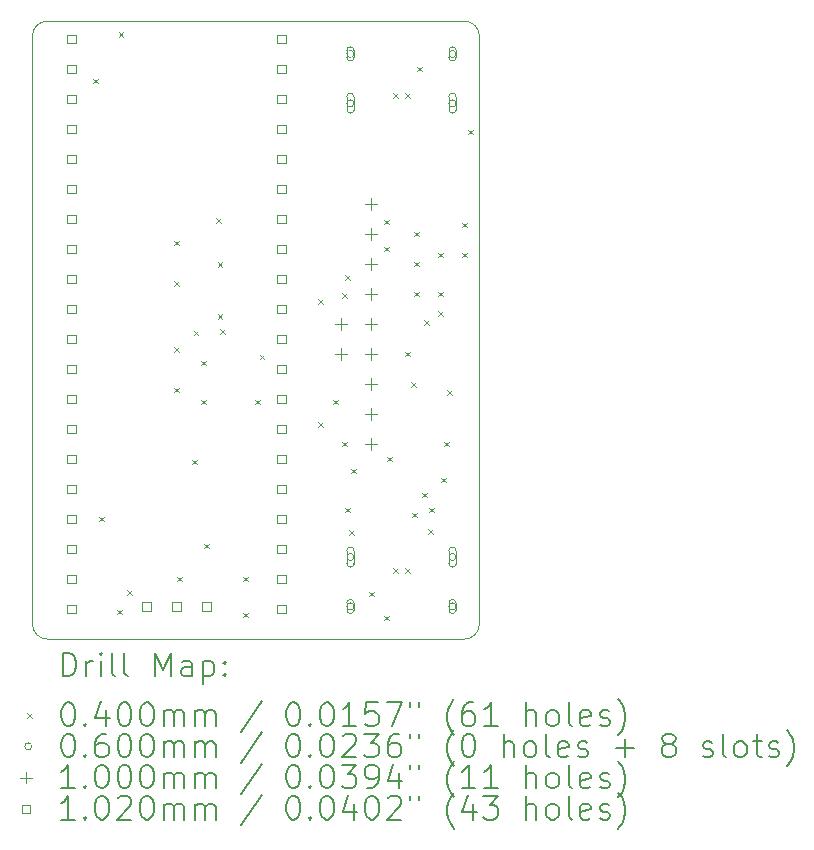
<source format=gbr>
%TF.GenerationSoftware,KiCad,Pcbnew,8.0.2-8.0.2-0~ubuntu22.04.1*%
%TF.CreationDate,2024-05-30T19:54:08+02:00*%
%TF.ProjectId,tamarin-c,74616d61-7269-46e2-9d63-2e6b69636164,rev?*%
%TF.SameCoordinates,Original*%
%TF.FileFunction,Drillmap*%
%TF.FilePolarity,Positive*%
%FSLAX45Y45*%
G04 Gerber Fmt 4.5, Leading zero omitted, Abs format (unit mm)*
G04 Created by KiCad (PCBNEW 8.0.2-8.0.2-0~ubuntu22.04.1) date 2024-05-30 19:54:08*
%MOMM*%
%LPD*%
G01*
G04 APERTURE LIST*
%ADD10C,0.100000*%
%ADD11C,0.200000*%
%ADD12C,0.102000*%
G04 APERTURE END LIST*
D10*
X15138400Y-5054600D02*
G75*
G02*
X15265400Y-5181600I0J-127000D01*
G01*
X15265400Y-5181600D02*
X15265400Y-10160000D01*
X13055600Y-10287000D02*
X11607800Y-10287000D01*
X15138400Y-5054600D02*
X11607800Y-5054600D01*
X11607800Y-10287000D02*
G75*
G02*
X11480800Y-10160000I0J127000D01*
G01*
X15265400Y-10160000D02*
G75*
G02*
X15138400Y-10287000I-127000J0D01*
G01*
X11480800Y-5181600D02*
X11480800Y-10160000D01*
X13055600Y-10287000D02*
X15138400Y-10287000D01*
X11480800Y-5181600D02*
G75*
G02*
X11607800Y-5054600I127000J0D01*
G01*
D11*
D10*
X11994200Y-5542600D02*
X12034200Y-5582600D01*
X12034200Y-5542600D02*
X11994200Y-5582600D01*
X12045000Y-9251000D02*
X12085000Y-9291000D01*
X12085000Y-9251000D02*
X12045000Y-9291000D01*
X12197400Y-10038400D02*
X12237400Y-10078400D01*
X12237400Y-10038400D02*
X12197400Y-10078400D01*
X12210100Y-5148900D02*
X12250100Y-5188900D01*
X12250100Y-5148900D02*
X12210100Y-5188900D01*
X12283760Y-9872500D02*
X12323760Y-9912500D01*
X12323760Y-9872500D02*
X12283760Y-9912500D01*
X12680000Y-6914200D02*
X12720000Y-6954200D01*
X12720000Y-6914200D02*
X12680000Y-6954200D01*
X12680000Y-7257100D02*
X12720000Y-7297100D01*
X12720000Y-7257100D02*
X12680000Y-7297100D01*
X12680000Y-7815900D02*
X12720000Y-7855900D01*
X12720000Y-7815900D02*
X12680000Y-7855900D01*
X12680000Y-8158800D02*
X12720000Y-8198800D01*
X12720000Y-8158800D02*
X12680000Y-8198800D01*
X12705400Y-9759000D02*
X12745400Y-9799000D01*
X12745400Y-9759000D02*
X12705400Y-9799000D01*
X12832400Y-8768400D02*
X12872400Y-8808400D01*
X12872400Y-8768400D02*
X12832400Y-8808400D01*
X12845100Y-7676200D02*
X12885100Y-7716200D01*
X12885100Y-7676200D02*
X12845100Y-7716200D01*
X12908600Y-7930200D02*
X12948600Y-7970200D01*
X12948600Y-7930200D02*
X12908600Y-7970200D01*
X12908600Y-8260400D02*
X12948600Y-8300400D01*
X12948600Y-8260400D02*
X12908600Y-8300400D01*
X12934000Y-9479600D02*
X12974000Y-9519600D01*
X12974000Y-9479600D02*
X12934000Y-9519600D01*
X13035600Y-6723700D02*
X13075600Y-6763700D01*
X13075600Y-6723700D02*
X13035600Y-6763700D01*
X13048300Y-7098100D02*
X13088300Y-7138100D01*
X13088300Y-7098100D02*
X13048300Y-7138100D01*
X13048300Y-7536500D02*
X13088300Y-7576500D01*
X13088300Y-7536500D02*
X13048300Y-7576500D01*
X13073270Y-7663930D02*
X13113270Y-7703930D01*
X13113270Y-7663930D02*
X13073270Y-7703930D01*
X13264200Y-9759000D02*
X13304200Y-9799000D01*
X13304200Y-9759000D02*
X13264200Y-9799000D01*
X13264200Y-10063800D02*
X13304200Y-10103800D01*
X13304200Y-10063800D02*
X13264200Y-10103800D01*
X13365800Y-8260400D02*
X13405800Y-8300400D01*
X13405800Y-8260400D02*
X13365800Y-8300400D01*
X13403900Y-7879400D02*
X13443900Y-7919400D01*
X13443900Y-7879400D02*
X13403900Y-7919400D01*
X13899200Y-7409500D02*
X13939200Y-7449500D01*
X13939200Y-7409500D02*
X13899200Y-7449500D01*
X13899200Y-8450900D02*
X13939200Y-8490900D01*
X13939200Y-8450900D02*
X13899200Y-8490900D01*
X14026200Y-8260400D02*
X14066200Y-8300400D01*
X14066200Y-8260400D02*
X14026200Y-8300400D01*
X14102400Y-7358700D02*
X14142400Y-7398700D01*
X14142400Y-7358700D02*
X14102400Y-7398700D01*
X14102400Y-8616000D02*
X14142400Y-8656000D01*
X14142400Y-8616000D02*
X14102400Y-8656000D01*
X14127800Y-7206300D02*
X14167800Y-7246300D01*
X14167800Y-7206300D02*
X14127800Y-7246300D01*
X14127800Y-9174800D02*
X14167800Y-9214800D01*
X14167800Y-9174800D02*
X14127800Y-9214800D01*
X14163360Y-9362760D02*
X14203360Y-9402760D01*
X14203360Y-9362760D02*
X14163360Y-9402760D01*
X14178600Y-8844600D02*
X14218600Y-8884600D01*
X14218600Y-8844600D02*
X14178600Y-8884600D01*
X14331000Y-9886000D02*
X14371000Y-9926000D01*
X14371000Y-9886000D02*
X14331000Y-9926000D01*
X14458000Y-6736400D02*
X14498000Y-6776400D01*
X14498000Y-6736400D02*
X14458000Y-6776400D01*
X14458000Y-6965000D02*
X14498000Y-7005000D01*
X14498000Y-6965000D02*
X14458000Y-7005000D01*
X14458000Y-10089200D02*
X14498000Y-10129200D01*
X14498000Y-10089200D02*
X14458000Y-10129200D01*
X14482450Y-8743000D02*
X14522450Y-8783000D01*
X14522450Y-8743000D02*
X14482450Y-8783000D01*
X14532500Y-5667781D02*
X14572500Y-5707781D01*
X14572500Y-5667781D02*
X14532500Y-5707781D01*
X14532500Y-9685265D02*
X14572500Y-9725265D01*
X14572500Y-9685265D02*
X14532500Y-9725265D01*
X14637500Y-5667781D02*
X14677500Y-5707781D01*
X14677500Y-5667781D02*
X14637500Y-5707781D01*
X14637500Y-9685265D02*
X14677500Y-9725265D01*
X14677500Y-9685265D02*
X14637500Y-9725265D01*
X14639550Y-7854000D02*
X14679550Y-7894000D01*
X14679550Y-7854000D02*
X14639550Y-7894000D01*
X14686600Y-8110540D02*
X14726600Y-8150540D01*
X14726600Y-8110540D02*
X14686600Y-8150540D01*
X14697442Y-9215778D02*
X14737442Y-9255778D01*
X14737442Y-9215778D02*
X14697442Y-9255778D01*
X14712000Y-6838000D02*
X14752000Y-6878000D01*
X14752000Y-6838000D02*
X14712000Y-6878000D01*
X14712000Y-7092000D02*
X14752000Y-7132000D01*
X14752000Y-7092000D02*
X14712000Y-7132000D01*
X14712000Y-7346000D02*
X14752000Y-7386000D01*
X14752000Y-7346000D02*
X14712000Y-7386000D01*
X14737400Y-5441000D02*
X14777400Y-5481000D01*
X14777400Y-5441000D02*
X14737400Y-5481000D01*
X14782450Y-9047800D02*
X14822450Y-9087800D01*
X14822450Y-9047800D02*
X14782450Y-9087800D01*
X14798690Y-7589510D02*
X14838690Y-7629510D01*
X14838690Y-7589510D02*
X14798690Y-7629510D01*
X14830000Y-9359000D02*
X14870000Y-9399000D01*
X14870000Y-9359000D02*
X14830000Y-9399000D01*
X14839000Y-9174800D02*
X14879000Y-9214800D01*
X14879000Y-9174800D02*
X14839000Y-9214800D01*
X14915200Y-7015800D02*
X14955200Y-7055800D01*
X14955200Y-7015800D02*
X14915200Y-7055800D01*
X14915200Y-7346000D02*
X14955200Y-7386000D01*
X14955200Y-7346000D02*
X14915200Y-7386000D01*
X14915200Y-7511100D02*
X14955200Y-7551100D01*
X14955200Y-7511100D02*
X14915200Y-7551100D01*
X14940600Y-8920800D02*
X14980600Y-8960800D01*
X14980600Y-8920800D02*
X14940600Y-8960800D01*
X14966000Y-8616000D02*
X15006000Y-8656000D01*
X15006000Y-8616000D02*
X14966000Y-8656000D01*
X14991522Y-8178368D02*
X15031522Y-8218368D01*
X15031522Y-8178368D02*
X14991522Y-8218368D01*
X15118400Y-6761800D02*
X15158400Y-6801800D01*
X15158400Y-6761800D02*
X15118400Y-6801800D01*
X15118400Y-7015800D02*
X15158400Y-7055800D01*
X15158400Y-7015800D02*
X15118400Y-7055800D01*
X15169200Y-5974400D02*
X15209200Y-6014400D01*
X15209200Y-5974400D02*
X15169200Y-6014400D01*
X14203000Y-5332500D02*
G75*
G02*
X14143000Y-5332500I-30000J0D01*
G01*
X14143000Y-5332500D02*
G75*
G02*
X14203000Y-5332500I30000J0D01*
G01*
X14203000Y-5362500D02*
X14203000Y-5302500D01*
X14143000Y-5302500D02*
G75*
G02*
X14203000Y-5302500I30000J0D01*
G01*
X14143000Y-5302500D02*
X14143000Y-5362500D01*
X14143000Y-5362500D02*
G75*
G03*
X14203000Y-5362500I30000J0D01*
G01*
X14203000Y-5750500D02*
G75*
G02*
X14143000Y-5750500I-30000J0D01*
G01*
X14143000Y-5750500D02*
G75*
G02*
X14203000Y-5750500I30000J0D01*
G01*
X14203000Y-5805500D02*
X14203000Y-5695500D01*
X14143000Y-5695500D02*
G75*
G02*
X14203000Y-5695500I30000J0D01*
G01*
X14143000Y-5695500D02*
X14143000Y-5805500D01*
X14143000Y-5805500D02*
G75*
G03*
X14203000Y-5805500I30000J0D01*
G01*
X14203000Y-9593000D02*
G75*
G02*
X14143000Y-9593000I-30000J0D01*
G01*
X14143000Y-9593000D02*
G75*
G02*
X14203000Y-9593000I30000J0D01*
G01*
X14143000Y-9538000D02*
X14143000Y-9648000D01*
X14203000Y-9648000D02*
G75*
G02*
X14143000Y-9648000I-30000J0D01*
G01*
X14203000Y-9648000D02*
X14203000Y-9538000D01*
X14203000Y-9538000D02*
G75*
G03*
X14143000Y-9538000I-30000J0D01*
G01*
X14203000Y-10011000D02*
G75*
G02*
X14143000Y-10011000I-30000J0D01*
G01*
X14143000Y-10011000D02*
G75*
G02*
X14203000Y-10011000I30000J0D01*
G01*
X14143000Y-9981000D02*
X14143000Y-10041000D01*
X14203000Y-10041000D02*
G75*
G02*
X14143000Y-10041000I-30000J0D01*
G01*
X14203000Y-10041000D02*
X14203000Y-9981000D01*
X14203000Y-9981000D02*
G75*
G03*
X14143000Y-9981000I-30000J0D01*
G01*
X15067000Y-5332500D02*
G75*
G02*
X15007000Y-5332500I-30000J0D01*
G01*
X15007000Y-5332500D02*
G75*
G02*
X15067000Y-5332500I30000J0D01*
G01*
X15067000Y-5362500D02*
X15067000Y-5302500D01*
X15007000Y-5302500D02*
G75*
G02*
X15067000Y-5302500I30000J0D01*
G01*
X15007000Y-5302500D02*
X15007000Y-5362500D01*
X15007000Y-5362500D02*
G75*
G03*
X15067000Y-5362500I30000J0D01*
G01*
X15067000Y-5750500D02*
G75*
G02*
X15007000Y-5750500I-30000J0D01*
G01*
X15007000Y-5750500D02*
G75*
G02*
X15067000Y-5750500I30000J0D01*
G01*
X15067000Y-5805500D02*
X15067000Y-5695500D01*
X15007000Y-5695500D02*
G75*
G02*
X15067000Y-5695500I30000J0D01*
G01*
X15007000Y-5695500D02*
X15007000Y-5805500D01*
X15007000Y-5805500D02*
G75*
G03*
X15067000Y-5805500I30000J0D01*
G01*
X15067000Y-9593000D02*
G75*
G02*
X15007000Y-9593000I-30000J0D01*
G01*
X15007000Y-9593000D02*
G75*
G02*
X15067000Y-9593000I30000J0D01*
G01*
X15007000Y-9538000D02*
X15007000Y-9648000D01*
X15067000Y-9648000D02*
G75*
G02*
X15007000Y-9648000I-30000J0D01*
G01*
X15067000Y-9648000D02*
X15067000Y-9538000D01*
X15067000Y-9538000D02*
G75*
G03*
X15007000Y-9538000I-30000J0D01*
G01*
X15067000Y-10011000D02*
G75*
G02*
X15007000Y-10011000I-30000J0D01*
G01*
X15007000Y-10011000D02*
G75*
G02*
X15067000Y-10011000I30000J0D01*
G01*
X15007000Y-9981000D02*
X15007000Y-10041000D01*
X15067000Y-10041000D02*
G75*
G02*
X15007000Y-10041000I-30000J0D01*
G01*
X15067000Y-10041000D02*
X15067000Y-9981000D01*
X15067000Y-9981000D02*
G75*
G03*
X15007000Y-9981000I-30000J0D01*
G01*
X14097000Y-7569000D02*
X14097000Y-7669000D01*
X14047000Y-7619000D02*
X14147000Y-7619000D01*
X14097000Y-7823000D02*
X14097000Y-7923000D01*
X14047000Y-7873000D02*
X14147000Y-7873000D01*
X14351000Y-6554000D02*
X14351000Y-6654000D01*
X14301000Y-6604000D02*
X14401000Y-6604000D01*
X14351000Y-6808000D02*
X14351000Y-6908000D01*
X14301000Y-6858000D02*
X14401000Y-6858000D01*
X14351000Y-7062000D02*
X14351000Y-7162000D01*
X14301000Y-7112000D02*
X14401000Y-7112000D01*
X14351000Y-7316000D02*
X14351000Y-7416000D01*
X14301000Y-7366000D02*
X14401000Y-7366000D01*
X14351000Y-7570000D02*
X14351000Y-7670000D01*
X14301000Y-7620000D02*
X14401000Y-7620000D01*
X14351000Y-7824000D02*
X14351000Y-7924000D01*
X14301000Y-7874000D02*
X14401000Y-7874000D01*
X14351000Y-8078000D02*
X14351000Y-8178000D01*
X14301000Y-8128000D02*
X14401000Y-8128000D01*
X14351000Y-8332000D02*
X14351000Y-8432000D01*
X14301000Y-8382000D02*
X14401000Y-8382000D01*
X14351000Y-8586000D02*
X14351000Y-8686000D01*
X14301000Y-8636000D02*
X14401000Y-8636000D01*
D12*
X11847063Y-5243063D02*
X11847063Y-5170937D01*
X11774937Y-5170937D01*
X11774937Y-5243063D01*
X11847063Y-5243063D01*
X11847063Y-5497063D02*
X11847063Y-5424937D01*
X11774937Y-5424937D01*
X11774937Y-5497063D01*
X11847063Y-5497063D01*
X11847063Y-5751063D02*
X11847063Y-5678937D01*
X11774937Y-5678937D01*
X11774937Y-5751063D01*
X11847063Y-5751063D01*
X11847063Y-6005063D02*
X11847063Y-5932937D01*
X11774937Y-5932937D01*
X11774937Y-6005063D01*
X11847063Y-6005063D01*
X11847063Y-6259063D02*
X11847063Y-6186937D01*
X11774937Y-6186937D01*
X11774937Y-6259063D01*
X11847063Y-6259063D01*
X11847063Y-6513063D02*
X11847063Y-6440937D01*
X11774937Y-6440937D01*
X11774937Y-6513063D01*
X11847063Y-6513063D01*
X11847063Y-6767063D02*
X11847063Y-6694937D01*
X11774937Y-6694937D01*
X11774937Y-6767063D01*
X11847063Y-6767063D01*
X11847063Y-7021063D02*
X11847063Y-6948937D01*
X11774937Y-6948937D01*
X11774937Y-7021063D01*
X11847063Y-7021063D01*
X11847063Y-7275063D02*
X11847063Y-7202937D01*
X11774937Y-7202937D01*
X11774937Y-7275063D01*
X11847063Y-7275063D01*
X11847063Y-7529063D02*
X11847063Y-7456937D01*
X11774937Y-7456937D01*
X11774937Y-7529063D01*
X11847063Y-7529063D01*
X11847063Y-7783063D02*
X11847063Y-7710937D01*
X11774937Y-7710937D01*
X11774937Y-7783063D01*
X11847063Y-7783063D01*
X11847063Y-8037063D02*
X11847063Y-7964937D01*
X11774937Y-7964937D01*
X11774937Y-8037063D01*
X11847063Y-8037063D01*
X11847063Y-8291063D02*
X11847063Y-8218937D01*
X11774937Y-8218937D01*
X11774937Y-8291063D01*
X11847063Y-8291063D01*
X11847063Y-8545063D02*
X11847063Y-8472937D01*
X11774937Y-8472937D01*
X11774937Y-8545063D01*
X11847063Y-8545063D01*
X11847063Y-8799063D02*
X11847063Y-8726937D01*
X11774937Y-8726937D01*
X11774937Y-8799063D01*
X11847063Y-8799063D01*
X11847063Y-9053063D02*
X11847063Y-8980937D01*
X11774937Y-8980937D01*
X11774937Y-9053063D01*
X11847063Y-9053063D01*
X11847063Y-9307063D02*
X11847063Y-9234937D01*
X11774937Y-9234937D01*
X11774937Y-9307063D01*
X11847063Y-9307063D01*
X11847063Y-9561063D02*
X11847063Y-9488937D01*
X11774937Y-9488937D01*
X11774937Y-9561063D01*
X11847063Y-9561063D01*
X11847063Y-9815063D02*
X11847063Y-9742937D01*
X11774937Y-9742937D01*
X11774937Y-9815063D01*
X11847063Y-9815063D01*
X11847063Y-10069063D02*
X11847063Y-9996937D01*
X11774937Y-9996937D01*
X11774937Y-10069063D01*
X11847063Y-10069063D01*
X12482063Y-10046063D02*
X12482063Y-9973937D01*
X12409937Y-9973937D01*
X12409937Y-10046063D01*
X12482063Y-10046063D01*
X12736063Y-10046063D02*
X12736063Y-9973937D01*
X12663937Y-9973937D01*
X12663937Y-10046063D01*
X12736063Y-10046063D01*
X12990063Y-10046063D02*
X12990063Y-9973937D01*
X12917937Y-9973937D01*
X12917937Y-10046063D01*
X12990063Y-10046063D01*
X13625063Y-5243063D02*
X13625063Y-5170937D01*
X13552937Y-5170937D01*
X13552937Y-5243063D01*
X13625063Y-5243063D01*
X13625063Y-5497063D02*
X13625063Y-5424937D01*
X13552937Y-5424937D01*
X13552937Y-5497063D01*
X13625063Y-5497063D01*
X13625063Y-5751063D02*
X13625063Y-5678937D01*
X13552937Y-5678937D01*
X13552937Y-5751063D01*
X13625063Y-5751063D01*
X13625063Y-6005063D02*
X13625063Y-5932937D01*
X13552937Y-5932937D01*
X13552937Y-6005063D01*
X13625063Y-6005063D01*
X13625063Y-6259063D02*
X13625063Y-6186937D01*
X13552937Y-6186937D01*
X13552937Y-6259063D01*
X13625063Y-6259063D01*
X13625063Y-6513063D02*
X13625063Y-6440937D01*
X13552937Y-6440937D01*
X13552937Y-6513063D01*
X13625063Y-6513063D01*
X13625063Y-6767063D02*
X13625063Y-6694937D01*
X13552937Y-6694937D01*
X13552937Y-6767063D01*
X13625063Y-6767063D01*
X13625063Y-7021063D02*
X13625063Y-6948937D01*
X13552937Y-6948937D01*
X13552937Y-7021063D01*
X13625063Y-7021063D01*
X13625063Y-7275063D02*
X13625063Y-7202937D01*
X13552937Y-7202937D01*
X13552937Y-7275063D01*
X13625063Y-7275063D01*
X13625063Y-7529063D02*
X13625063Y-7456937D01*
X13552937Y-7456937D01*
X13552937Y-7529063D01*
X13625063Y-7529063D01*
X13625063Y-7783063D02*
X13625063Y-7710937D01*
X13552937Y-7710937D01*
X13552937Y-7783063D01*
X13625063Y-7783063D01*
X13625063Y-8037063D02*
X13625063Y-7964937D01*
X13552937Y-7964937D01*
X13552937Y-8037063D01*
X13625063Y-8037063D01*
X13625063Y-8291063D02*
X13625063Y-8218937D01*
X13552937Y-8218937D01*
X13552937Y-8291063D01*
X13625063Y-8291063D01*
X13625063Y-8545063D02*
X13625063Y-8472937D01*
X13552937Y-8472937D01*
X13552937Y-8545063D01*
X13625063Y-8545063D01*
X13625063Y-8799063D02*
X13625063Y-8726937D01*
X13552937Y-8726937D01*
X13552937Y-8799063D01*
X13625063Y-8799063D01*
X13625063Y-9053063D02*
X13625063Y-8980937D01*
X13552937Y-8980937D01*
X13552937Y-9053063D01*
X13625063Y-9053063D01*
X13625063Y-9307063D02*
X13625063Y-9234937D01*
X13552937Y-9234937D01*
X13552937Y-9307063D01*
X13625063Y-9307063D01*
X13625063Y-9561063D02*
X13625063Y-9488937D01*
X13552937Y-9488937D01*
X13552937Y-9561063D01*
X13625063Y-9561063D01*
X13625063Y-9815063D02*
X13625063Y-9742937D01*
X13552937Y-9742937D01*
X13552937Y-9815063D01*
X13625063Y-9815063D01*
X13625063Y-10069063D02*
X13625063Y-9996937D01*
X13552937Y-9996937D01*
X13552937Y-10069063D01*
X13625063Y-10069063D01*
D11*
X11736577Y-10603484D02*
X11736577Y-10403484D01*
X11736577Y-10403484D02*
X11784196Y-10403484D01*
X11784196Y-10403484D02*
X11812767Y-10413008D01*
X11812767Y-10413008D02*
X11831815Y-10432055D01*
X11831815Y-10432055D02*
X11841339Y-10451103D01*
X11841339Y-10451103D02*
X11850862Y-10489198D01*
X11850862Y-10489198D02*
X11850862Y-10517770D01*
X11850862Y-10517770D02*
X11841339Y-10555865D01*
X11841339Y-10555865D02*
X11831815Y-10574912D01*
X11831815Y-10574912D02*
X11812767Y-10593960D01*
X11812767Y-10593960D02*
X11784196Y-10603484D01*
X11784196Y-10603484D02*
X11736577Y-10603484D01*
X11936577Y-10603484D02*
X11936577Y-10470150D01*
X11936577Y-10508246D02*
X11946101Y-10489198D01*
X11946101Y-10489198D02*
X11955624Y-10479674D01*
X11955624Y-10479674D02*
X11974672Y-10470150D01*
X11974672Y-10470150D02*
X11993720Y-10470150D01*
X12060386Y-10603484D02*
X12060386Y-10470150D01*
X12060386Y-10403484D02*
X12050862Y-10413008D01*
X12050862Y-10413008D02*
X12060386Y-10422531D01*
X12060386Y-10422531D02*
X12069910Y-10413008D01*
X12069910Y-10413008D02*
X12060386Y-10403484D01*
X12060386Y-10403484D02*
X12060386Y-10422531D01*
X12184196Y-10603484D02*
X12165148Y-10593960D01*
X12165148Y-10593960D02*
X12155624Y-10574912D01*
X12155624Y-10574912D02*
X12155624Y-10403484D01*
X12288958Y-10603484D02*
X12269910Y-10593960D01*
X12269910Y-10593960D02*
X12260386Y-10574912D01*
X12260386Y-10574912D02*
X12260386Y-10403484D01*
X12517529Y-10603484D02*
X12517529Y-10403484D01*
X12517529Y-10403484D02*
X12584196Y-10546341D01*
X12584196Y-10546341D02*
X12650862Y-10403484D01*
X12650862Y-10403484D02*
X12650862Y-10603484D01*
X12831815Y-10603484D02*
X12831815Y-10498722D01*
X12831815Y-10498722D02*
X12822291Y-10479674D01*
X12822291Y-10479674D02*
X12803243Y-10470150D01*
X12803243Y-10470150D02*
X12765148Y-10470150D01*
X12765148Y-10470150D02*
X12746101Y-10479674D01*
X12831815Y-10593960D02*
X12812767Y-10603484D01*
X12812767Y-10603484D02*
X12765148Y-10603484D01*
X12765148Y-10603484D02*
X12746101Y-10593960D01*
X12746101Y-10593960D02*
X12736577Y-10574912D01*
X12736577Y-10574912D02*
X12736577Y-10555865D01*
X12736577Y-10555865D02*
X12746101Y-10536817D01*
X12746101Y-10536817D02*
X12765148Y-10527293D01*
X12765148Y-10527293D02*
X12812767Y-10527293D01*
X12812767Y-10527293D02*
X12831815Y-10517770D01*
X12927053Y-10470150D02*
X12927053Y-10670150D01*
X12927053Y-10479674D02*
X12946101Y-10470150D01*
X12946101Y-10470150D02*
X12984196Y-10470150D01*
X12984196Y-10470150D02*
X13003243Y-10479674D01*
X13003243Y-10479674D02*
X13012767Y-10489198D01*
X13012767Y-10489198D02*
X13022291Y-10508246D01*
X13022291Y-10508246D02*
X13022291Y-10565389D01*
X13022291Y-10565389D02*
X13012767Y-10584436D01*
X13012767Y-10584436D02*
X13003243Y-10593960D01*
X13003243Y-10593960D02*
X12984196Y-10603484D01*
X12984196Y-10603484D02*
X12946101Y-10603484D01*
X12946101Y-10603484D02*
X12927053Y-10593960D01*
X13108005Y-10584436D02*
X13117529Y-10593960D01*
X13117529Y-10593960D02*
X13108005Y-10603484D01*
X13108005Y-10603484D02*
X13098482Y-10593960D01*
X13098482Y-10593960D02*
X13108005Y-10584436D01*
X13108005Y-10584436D02*
X13108005Y-10603484D01*
X13108005Y-10479674D02*
X13117529Y-10489198D01*
X13117529Y-10489198D02*
X13108005Y-10498722D01*
X13108005Y-10498722D02*
X13098482Y-10489198D01*
X13098482Y-10489198D02*
X13108005Y-10479674D01*
X13108005Y-10479674D02*
X13108005Y-10498722D01*
D10*
X11435800Y-10912000D02*
X11475800Y-10952000D01*
X11475800Y-10912000D02*
X11435800Y-10952000D01*
D11*
X11774672Y-10823484D02*
X11793720Y-10823484D01*
X11793720Y-10823484D02*
X11812767Y-10833008D01*
X11812767Y-10833008D02*
X11822291Y-10842531D01*
X11822291Y-10842531D02*
X11831815Y-10861579D01*
X11831815Y-10861579D02*
X11841339Y-10899674D01*
X11841339Y-10899674D02*
X11841339Y-10947293D01*
X11841339Y-10947293D02*
X11831815Y-10985389D01*
X11831815Y-10985389D02*
X11822291Y-11004436D01*
X11822291Y-11004436D02*
X11812767Y-11013960D01*
X11812767Y-11013960D02*
X11793720Y-11023484D01*
X11793720Y-11023484D02*
X11774672Y-11023484D01*
X11774672Y-11023484D02*
X11755624Y-11013960D01*
X11755624Y-11013960D02*
X11746101Y-11004436D01*
X11746101Y-11004436D02*
X11736577Y-10985389D01*
X11736577Y-10985389D02*
X11727053Y-10947293D01*
X11727053Y-10947293D02*
X11727053Y-10899674D01*
X11727053Y-10899674D02*
X11736577Y-10861579D01*
X11736577Y-10861579D02*
X11746101Y-10842531D01*
X11746101Y-10842531D02*
X11755624Y-10833008D01*
X11755624Y-10833008D02*
X11774672Y-10823484D01*
X11927053Y-11004436D02*
X11936577Y-11013960D01*
X11936577Y-11013960D02*
X11927053Y-11023484D01*
X11927053Y-11023484D02*
X11917529Y-11013960D01*
X11917529Y-11013960D02*
X11927053Y-11004436D01*
X11927053Y-11004436D02*
X11927053Y-11023484D01*
X12108005Y-10890150D02*
X12108005Y-11023484D01*
X12060386Y-10813960D02*
X12012767Y-10956817D01*
X12012767Y-10956817D02*
X12136577Y-10956817D01*
X12250862Y-10823484D02*
X12269910Y-10823484D01*
X12269910Y-10823484D02*
X12288958Y-10833008D01*
X12288958Y-10833008D02*
X12298482Y-10842531D01*
X12298482Y-10842531D02*
X12308005Y-10861579D01*
X12308005Y-10861579D02*
X12317529Y-10899674D01*
X12317529Y-10899674D02*
X12317529Y-10947293D01*
X12317529Y-10947293D02*
X12308005Y-10985389D01*
X12308005Y-10985389D02*
X12298482Y-11004436D01*
X12298482Y-11004436D02*
X12288958Y-11013960D01*
X12288958Y-11013960D02*
X12269910Y-11023484D01*
X12269910Y-11023484D02*
X12250862Y-11023484D01*
X12250862Y-11023484D02*
X12231815Y-11013960D01*
X12231815Y-11013960D02*
X12222291Y-11004436D01*
X12222291Y-11004436D02*
X12212767Y-10985389D01*
X12212767Y-10985389D02*
X12203243Y-10947293D01*
X12203243Y-10947293D02*
X12203243Y-10899674D01*
X12203243Y-10899674D02*
X12212767Y-10861579D01*
X12212767Y-10861579D02*
X12222291Y-10842531D01*
X12222291Y-10842531D02*
X12231815Y-10833008D01*
X12231815Y-10833008D02*
X12250862Y-10823484D01*
X12441339Y-10823484D02*
X12460386Y-10823484D01*
X12460386Y-10823484D02*
X12479434Y-10833008D01*
X12479434Y-10833008D02*
X12488958Y-10842531D01*
X12488958Y-10842531D02*
X12498482Y-10861579D01*
X12498482Y-10861579D02*
X12508005Y-10899674D01*
X12508005Y-10899674D02*
X12508005Y-10947293D01*
X12508005Y-10947293D02*
X12498482Y-10985389D01*
X12498482Y-10985389D02*
X12488958Y-11004436D01*
X12488958Y-11004436D02*
X12479434Y-11013960D01*
X12479434Y-11013960D02*
X12460386Y-11023484D01*
X12460386Y-11023484D02*
X12441339Y-11023484D01*
X12441339Y-11023484D02*
X12422291Y-11013960D01*
X12422291Y-11013960D02*
X12412767Y-11004436D01*
X12412767Y-11004436D02*
X12403243Y-10985389D01*
X12403243Y-10985389D02*
X12393720Y-10947293D01*
X12393720Y-10947293D02*
X12393720Y-10899674D01*
X12393720Y-10899674D02*
X12403243Y-10861579D01*
X12403243Y-10861579D02*
X12412767Y-10842531D01*
X12412767Y-10842531D02*
X12422291Y-10833008D01*
X12422291Y-10833008D02*
X12441339Y-10823484D01*
X12593720Y-11023484D02*
X12593720Y-10890150D01*
X12593720Y-10909198D02*
X12603243Y-10899674D01*
X12603243Y-10899674D02*
X12622291Y-10890150D01*
X12622291Y-10890150D02*
X12650863Y-10890150D01*
X12650863Y-10890150D02*
X12669910Y-10899674D01*
X12669910Y-10899674D02*
X12679434Y-10918722D01*
X12679434Y-10918722D02*
X12679434Y-11023484D01*
X12679434Y-10918722D02*
X12688958Y-10899674D01*
X12688958Y-10899674D02*
X12708005Y-10890150D01*
X12708005Y-10890150D02*
X12736577Y-10890150D01*
X12736577Y-10890150D02*
X12755624Y-10899674D01*
X12755624Y-10899674D02*
X12765148Y-10918722D01*
X12765148Y-10918722D02*
X12765148Y-11023484D01*
X12860386Y-11023484D02*
X12860386Y-10890150D01*
X12860386Y-10909198D02*
X12869910Y-10899674D01*
X12869910Y-10899674D02*
X12888958Y-10890150D01*
X12888958Y-10890150D02*
X12917529Y-10890150D01*
X12917529Y-10890150D02*
X12936577Y-10899674D01*
X12936577Y-10899674D02*
X12946101Y-10918722D01*
X12946101Y-10918722D02*
X12946101Y-11023484D01*
X12946101Y-10918722D02*
X12955624Y-10899674D01*
X12955624Y-10899674D02*
X12974672Y-10890150D01*
X12974672Y-10890150D02*
X13003243Y-10890150D01*
X13003243Y-10890150D02*
X13022291Y-10899674D01*
X13022291Y-10899674D02*
X13031815Y-10918722D01*
X13031815Y-10918722D02*
X13031815Y-11023484D01*
X13422291Y-10813960D02*
X13250863Y-11071103D01*
X13679434Y-10823484D02*
X13698482Y-10823484D01*
X13698482Y-10823484D02*
X13717529Y-10833008D01*
X13717529Y-10833008D02*
X13727053Y-10842531D01*
X13727053Y-10842531D02*
X13736577Y-10861579D01*
X13736577Y-10861579D02*
X13746101Y-10899674D01*
X13746101Y-10899674D02*
X13746101Y-10947293D01*
X13746101Y-10947293D02*
X13736577Y-10985389D01*
X13736577Y-10985389D02*
X13727053Y-11004436D01*
X13727053Y-11004436D02*
X13717529Y-11013960D01*
X13717529Y-11013960D02*
X13698482Y-11023484D01*
X13698482Y-11023484D02*
X13679434Y-11023484D01*
X13679434Y-11023484D02*
X13660386Y-11013960D01*
X13660386Y-11013960D02*
X13650863Y-11004436D01*
X13650863Y-11004436D02*
X13641339Y-10985389D01*
X13641339Y-10985389D02*
X13631815Y-10947293D01*
X13631815Y-10947293D02*
X13631815Y-10899674D01*
X13631815Y-10899674D02*
X13641339Y-10861579D01*
X13641339Y-10861579D02*
X13650863Y-10842531D01*
X13650863Y-10842531D02*
X13660386Y-10833008D01*
X13660386Y-10833008D02*
X13679434Y-10823484D01*
X13831815Y-11004436D02*
X13841339Y-11013960D01*
X13841339Y-11013960D02*
X13831815Y-11023484D01*
X13831815Y-11023484D02*
X13822291Y-11013960D01*
X13822291Y-11013960D02*
X13831815Y-11004436D01*
X13831815Y-11004436D02*
X13831815Y-11023484D01*
X13965148Y-10823484D02*
X13984196Y-10823484D01*
X13984196Y-10823484D02*
X14003244Y-10833008D01*
X14003244Y-10833008D02*
X14012767Y-10842531D01*
X14012767Y-10842531D02*
X14022291Y-10861579D01*
X14022291Y-10861579D02*
X14031815Y-10899674D01*
X14031815Y-10899674D02*
X14031815Y-10947293D01*
X14031815Y-10947293D02*
X14022291Y-10985389D01*
X14022291Y-10985389D02*
X14012767Y-11004436D01*
X14012767Y-11004436D02*
X14003244Y-11013960D01*
X14003244Y-11013960D02*
X13984196Y-11023484D01*
X13984196Y-11023484D02*
X13965148Y-11023484D01*
X13965148Y-11023484D02*
X13946101Y-11013960D01*
X13946101Y-11013960D02*
X13936577Y-11004436D01*
X13936577Y-11004436D02*
X13927053Y-10985389D01*
X13927053Y-10985389D02*
X13917529Y-10947293D01*
X13917529Y-10947293D02*
X13917529Y-10899674D01*
X13917529Y-10899674D02*
X13927053Y-10861579D01*
X13927053Y-10861579D02*
X13936577Y-10842531D01*
X13936577Y-10842531D02*
X13946101Y-10833008D01*
X13946101Y-10833008D02*
X13965148Y-10823484D01*
X14222291Y-11023484D02*
X14108006Y-11023484D01*
X14165148Y-11023484D02*
X14165148Y-10823484D01*
X14165148Y-10823484D02*
X14146101Y-10852055D01*
X14146101Y-10852055D02*
X14127053Y-10871103D01*
X14127053Y-10871103D02*
X14108006Y-10880627D01*
X14403244Y-10823484D02*
X14308006Y-10823484D01*
X14308006Y-10823484D02*
X14298482Y-10918722D01*
X14298482Y-10918722D02*
X14308006Y-10909198D01*
X14308006Y-10909198D02*
X14327053Y-10899674D01*
X14327053Y-10899674D02*
X14374672Y-10899674D01*
X14374672Y-10899674D02*
X14393720Y-10909198D01*
X14393720Y-10909198D02*
X14403244Y-10918722D01*
X14403244Y-10918722D02*
X14412767Y-10937770D01*
X14412767Y-10937770D02*
X14412767Y-10985389D01*
X14412767Y-10985389D02*
X14403244Y-11004436D01*
X14403244Y-11004436D02*
X14393720Y-11013960D01*
X14393720Y-11013960D02*
X14374672Y-11023484D01*
X14374672Y-11023484D02*
X14327053Y-11023484D01*
X14327053Y-11023484D02*
X14308006Y-11013960D01*
X14308006Y-11013960D02*
X14298482Y-11004436D01*
X14479434Y-10823484D02*
X14612767Y-10823484D01*
X14612767Y-10823484D02*
X14527053Y-11023484D01*
X14679434Y-10823484D02*
X14679434Y-10861579D01*
X14755625Y-10823484D02*
X14755625Y-10861579D01*
X15050863Y-11099674D02*
X15041339Y-11090150D01*
X15041339Y-11090150D02*
X15022291Y-11061579D01*
X15022291Y-11061579D02*
X15012768Y-11042531D01*
X15012768Y-11042531D02*
X15003244Y-11013960D01*
X15003244Y-11013960D02*
X14993720Y-10966341D01*
X14993720Y-10966341D02*
X14993720Y-10928246D01*
X14993720Y-10928246D02*
X15003244Y-10880627D01*
X15003244Y-10880627D02*
X15012768Y-10852055D01*
X15012768Y-10852055D02*
X15022291Y-10833008D01*
X15022291Y-10833008D02*
X15041339Y-10804436D01*
X15041339Y-10804436D02*
X15050863Y-10794912D01*
X15212768Y-10823484D02*
X15174672Y-10823484D01*
X15174672Y-10823484D02*
X15155625Y-10833008D01*
X15155625Y-10833008D02*
X15146101Y-10842531D01*
X15146101Y-10842531D02*
X15127053Y-10871103D01*
X15127053Y-10871103D02*
X15117529Y-10909198D01*
X15117529Y-10909198D02*
X15117529Y-10985389D01*
X15117529Y-10985389D02*
X15127053Y-11004436D01*
X15127053Y-11004436D02*
X15136577Y-11013960D01*
X15136577Y-11013960D02*
X15155625Y-11023484D01*
X15155625Y-11023484D02*
X15193720Y-11023484D01*
X15193720Y-11023484D02*
X15212768Y-11013960D01*
X15212768Y-11013960D02*
X15222291Y-11004436D01*
X15222291Y-11004436D02*
X15231815Y-10985389D01*
X15231815Y-10985389D02*
X15231815Y-10937770D01*
X15231815Y-10937770D02*
X15222291Y-10918722D01*
X15222291Y-10918722D02*
X15212768Y-10909198D01*
X15212768Y-10909198D02*
X15193720Y-10899674D01*
X15193720Y-10899674D02*
X15155625Y-10899674D01*
X15155625Y-10899674D02*
X15136577Y-10909198D01*
X15136577Y-10909198D02*
X15127053Y-10918722D01*
X15127053Y-10918722D02*
X15117529Y-10937770D01*
X15422291Y-11023484D02*
X15308006Y-11023484D01*
X15365148Y-11023484D02*
X15365148Y-10823484D01*
X15365148Y-10823484D02*
X15346101Y-10852055D01*
X15346101Y-10852055D02*
X15327053Y-10871103D01*
X15327053Y-10871103D02*
X15308006Y-10880627D01*
X15660387Y-11023484D02*
X15660387Y-10823484D01*
X15746101Y-11023484D02*
X15746101Y-10918722D01*
X15746101Y-10918722D02*
X15736577Y-10899674D01*
X15736577Y-10899674D02*
X15717530Y-10890150D01*
X15717530Y-10890150D02*
X15688958Y-10890150D01*
X15688958Y-10890150D02*
X15669910Y-10899674D01*
X15669910Y-10899674D02*
X15660387Y-10909198D01*
X15869910Y-11023484D02*
X15850863Y-11013960D01*
X15850863Y-11013960D02*
X15841339Y-11004436D01*
X15841339Y-11004436D02*
X15831815Y-10985389D01*
X15831815Y-10985389D02*
X15831815Y-10928246D01*
X15831815Y-10928246D02*
X15841339Y-10909198D01*
X15841339Y-10909198D02*
X15850863Y-10899674D01*
X15850863Y-10899674D02*
X15869910Y-10890150D01*
X15869910Y-10890150D02*
X15898482Y-10890150D01*
X15898482Y-10890150D02*
X15917530Y-10899674D01*
X15917530Y-10899674D02*
X15927053Y-10909198D01*
X15927053Y-10909198D02*
X15936577Y-10928246D01*
X15936577Y-10928246D02*
X15936577Y-10985389D01*
X15936577Y-10985389D02*
X15927053Y-11004436D01*
X15927053Y-11004436D02*
X15917530Y-11013960D01*
X15917530Y-11013960D02*
X15898482Y-11023484D01*
X15898482Y-11023484D02*
X15869910Y-11023484D01*
X16050863Y-11023484D02*
X16031815Y-11013960D01*
X16031815Y-11013960D02*
X16022291Y-10994912D01*
X16022291Y-10994912D02*
X16022291Y-10823484D01*
X16203244Y-11013960D02*
X16184196Y-11023484D01*
X16184196Y-11023484D02*
X16146101Y-11023484D01*
X16146101Y-11023484D02*
X16127053Y-11013960D01*
X16127053Y-11013960D02*
X16117530Y-10994912D01*
X16117530Y-10994912D02*
X16117530Y-10918722D01*
X16117530Y-10918722D02*
X16127053Y-10899674D01*
X16127053Y-10899674D02*
X16146101Y-10890150D01*
X16146101Y-10890150D02*
X16184196Y-10890150D01*
X16184196Y-10890150D02*
X16203244Y-10899674D01*
X16203244Y-10899674D02*
X16212768Y-10918722D01*
X16212768Y-10918722D02*
X16212768Y-10937770D01*
X16212768Y-10937770D02*
X16117530Y-10956817D01*
X16288958Y-11013960D02*
X16308006Y-11023484D01*
X16308006Y-11023484D02*
X16346101Y-11023484D01*
X16346101Y-11023484D02*
X16365149Y-11013960D01*
X16365149Y-11013960D02*
X16374672Y-10994912D01*
X16374672Y-10994912D02*
X16374672Y-10985389D01*
X16374672Y-10985389D02*
X16365149Y-10966341D01*
X16365149Y-10966341D02*
X16346101Y-10956817D01*
X16346101Y-10956817D02*
X16317530Y-10956817D01*
X16317530Y-10956817D02*
X16298482Y-10947293D01*
X16298482Y-10947293D02*
X16288958Y-10928246D01*
X16288958Y-10928246D02*
X16288958Y-10918722D01*
X16288958Y-10918722D02*
X16298482Y-10899674D01*
X16298482Y-10899674D02*
X16317530Y-10890150D01*
X16317530Y-10890150D02*
X16346101Y-10890150D01*
X16346101Y-10890150D02*
X16365149Y-10899674D01*
X16441339Y-11099674D02*
X16450863Y-11090150D01*
X16450863Y-11090150D02*
X16469911Y-11061579D01*
X16469911Y-11061579D02*
X16479434Y-11042531D01*
X16479434Y-11042531D02*
X16488958Y-11013960D01*
X16488958Y-11013960D02*
X16498482Y-10966341D01*
X16498482Y-10966341D02*
X16498482Y-10928246D01*
X16498482Y-10928246D02*
X16488958Y-10880627D01*
X16488958Y-10880627D02*
X16479434Y-10852055D01*
X16479434Y-10852055D02*
X16469911Y-10833008D01*
X16469911Y-10833008D02*
X16450863Y-10804436D01*
X16450863Y-10804436D02*
X16441339Y-10794912D01*
D10*
X11475800Y-11196000D02*
G75*
G02*
X11415800Y-11196000I-30000J0D01*
G01*
X11415800Y-11196000D02*
G75*
G02*
X11475800Y-11196000I30000J0D01*
G01*
D11*
X11774672Y-11087484D02*
X11793720Y-11087484D01*
X11793720Y-11087484D02*
X11812767Y-11097008D01*
X11812767Y-11097008D02*
X11822291Y-11106531D01*
X11822291Y-11106531D02*
X11831815Y-11125579D01*
X11831815Y-11125579D02*
X11841339Y-11163674D01*
X11841339Y-11163674D02*
X11841339Y-11211293D01*
X11841339Y-11211293D02*
X11831815Y-11249388D01*
X11831815Y-11249388D02*
X11822291Y-11268436D01*
X11822291Y-11268436D02*
X11812767Y-11277960D01*
X11812767Y-11277960D02*
X11793720Y-11287484D01*
X11793720Y-11287484D02*
X11774672Y-11287484D01*
X11774672Y-11287484D02*
X11755624Y-11277960D01*
X11755624Y-11277960D02*
X11746101Y-11268436D01*
X11746101Y-11268436D02*
X11736577Y-11249388D01*
X11736577Y-11249388D02*
X11727053Y-11211293D01*
X11727053Y-11211293D02*
X11727053Y-11163674D01*
X11727053Y-11163674D02*
X11736577Y-11125579D01*
X11736577Y-11125579D02*
X11746101Y-11106531D01*
X11746101Y-11106531D02*
X11755624Y-11097008D01*
X11755624Y-11097008D02*
X11774672Y-11087484D01*
X11927053Y-11268436D02*
X11936577Y-11277960D01*
X11936577Y-11277960D02*
X11927053Y-11287484D01*
X11927053Y-11287484D02*
X11917529Y-11277960D01*
X11917529Y-11277960D02*
X11927053Y-11268436D01*
X11927053Y-11268436D02*
X11927053Y-11287484D01*
X12108005Y-11087484D02*
X12069910Y-11087484D01*
X12069910Y-11087484D02*
X12050862Y-11097008D01*
X12050862Y-11097008D02*
X12041339Y-11106531D01*
X12041339Y-11106531D02*
X12022291Y-11135103D01*
X12022291Y-11135103D02*
X12012767Y-11173198D01*
X12012767Y-11173198D02*
X12012767Y-11249388D01*
X12012767Y-11249388D02*
X12022291Y-11268436D01*
X12022291Y-11268436D02*
X12031815Y-11277960D01*
X12031815Y-11277960D02*
X12050862Y-11287484D01*
X12050862Y-11287484D02*
X12088958Y-11287484D01*
X12088958Y-11287484D02*
X12108005Y-11277960D01*
X12108005Y-11277960D02*
X12117529Y-11268436D01*
X12117529Y-11268436D02*
X12127053Y-11249388D01*
X12127053Y-11249388D02*
X12127053Y-11201769D01*
X12127053Y-11201769D02*
X12117529Y-11182722D01*
X12117529Y-11182722D02*
X12108005Y-11173198D01*
X12108005Y-11173198D02*
X12088958Y-11163674D01*
X12088958Y-11163674D02*
X12050862Y-11163674D01*
X12050862Y-11163674D02*
X12031815Y-11173198D01*
X12031815Y-11173198D02*
X12022291Y-11182722D01*
X12022291Y-11182722D02*
X12012767Y-11201769D01*
X12250862Y-11087484D02*
X12269910Y-11087484D01*
X12269910Y-11087484D02*
X12288958Y-11097008D01*
X12288958Y-11097008D02*
X12298482Y-11106531D01*
X12298482Y-11106531D02*
X12308005Y-11125579D01*
X12308005Y-11125579D02*
X12317529Y-11163674D01*
X12317529Y-11163674D02*
X12317529Y-11211293D01*
X12317529Y-11211293D02*
X12308005Y-11249388D01*
X12308005Y-11249388D02*
X12298482Y-11268436D01*
X12298482Y-11268436D02*
X12288958Y-11277960D01*
X12288958Y-11277960D02*
X12269910Y-11287484D01*
X12269910Y-11287484D02*
X12250862Y-11287484D01*
X12250862Y-11287484D02*
X12231815Y-11277960D01*
X12231815Y-11277960D02*
X12222291Y-11268436D01*
X12222291Y-11268436D02*
X12212767Y-11249388D01*
X12212767Y-11249388D02*
X12203243Y-11211293D01*
X12203243Y-11211293D02*
X12203243Y-11163674D01*
X12203243Y-11163674D02*
X12212767Y-11125579D01*
X12212767Y-11125579D02*
X12222291Y-11106531D01*
X12222291Y-11106531D02*
X12231815Y-11097008D01*
X12231815Y-11097008D02*
X12250862Y-11087484D01*
X12441339Y-11087484D02*
X12460386Y-11087484D01*
X12460386Y-11087484D02*
X12479434Y-11097008D01*
X12479434Y-11097008D02*
X12488958Y-11106531D01*
X12488958Y-11106531D02*
X12498482Y-11125579D01*
X12498482Y-11125579D02*
X12508005Y-11163674D01*
X12508005Y-11163674D02*
X12508005Y-11211293D01*
X12508005Y-11211293D02*
X12498482Y-11249388D01*
X12498482Y-11249388D02*
X12488958Y-11268436D01*
X12488958Y-11268436D02*
X12479434Y-11277960D01*
X12479434Y-11277960D02*
X12460386Y-11287484D01*
X12460386Y-11287484D02*
X12441339Y-11287484D01*
X12441339Y-11287484D02*
X12422291Y-11277960D01*
X12422291Y-11277960D02*
X12412767Y-11268436D01*
X12412767Y-11268436D02*
X12403243Y-11249388D01*
X12403243Y-11249388D02*
X12393720Y-11211293D01*
X12393720Y-11211293D02*
X12393720Y-11163674D01*
X12393720Y-11163674D02*
X12403243Y-11125579D01*
X12403243Y-11125579D02*
X12412767Y-11106531D01*
X12412767Y-11106531D02*
X12422291Y-11097008D01*
X12422291Y-11097008D02*
X12441339Y-11087484D01*
X12593720Y-11287484D02*
X12593720Y-11154150D01*
X12593720Y-11173198D02*
X12603243Y-11163674D01*
X12603243Y-11163674D02*
X12622291Y-11154150D01*
X12622291Y-11154150D02*
X12650863Y-11154150D01*
X12650863Y-11154150D02*
X12669910Y-11163674D01*
X12669910Y-11163674D02*
X12679434Y-11182722D01*
X12679434Y-11182722D02*
X12679434Y-11287484D01*
X12679434Y-11182722D02*
X12688958Y-11163674D01*
X12688958Y-11163674D02*
X12708005Y-11154150D01*
X12708005Y-11154150D02*
X12736577Y-11154150D01*
X12736577Y-11154150D02*
X12755624Y-11163674D01*
X12755624Y-11163674D02*
X12765148Y-11182722D01*
X12765148Y-11182722D02*
X12765148Y-11287484D01*
X12860386Y-11287484D02*
X12860386Y-11154150D01*
X12860386Y-11173198D02*
X12869910Y-11163674D01*
X12869910Y-11163674D02*
X12888958Y-11154150D01*
X12888958Y-11154150D02*
X12917529Y-11154150D01*
X12917529Y-11154150D02*
X12936577Y-11163674D01*
X12936577Y-11163674D02*
X12946101Y-11182722D01*
X12946101Y-11182722D02*
X12946101Y-11287484D01*
X12946101Y-11182722D02*
X12955624Y-11163674D01*
X12955624Y-11163674D02*
X12974672Y-11154150D01*
X12974672Y-11154150D02*
X13003243Y-11154150D01*
X13003243Y-11154150D02*
X13022291Y-11163674D01*
X13022291Y-11163674D02*
X13031815Y-11182722D01*
X13031815Y-11182722D02*
X13031815Y-11287484D01*
X13422291Y-11077960D02*
X13250863Y-11335103D01*
X13679434Y-11087484D02*
X13698482Y-11087484D01*
X13698482Y-11087484D02*
X13717529Y-11097008D01*
X13717529Y-11097008D02*
X13727053Y-11106531D01*
X13727053Y-11106531D02*
X13736577Y-11125579D01*
X13736577Y-11125579D02*
X13746101Y-11163674D01*
X13746101Y-11163674D02*
X13746101Y-11211293D01*
X13746101Y-11211293D02*
X13736577Y-11249388D01*
X13736577Y-11249388D02*
X13727053Y-11268436D01*
X13727053Y-11268436D02*
X13717529Y-11277960D01*
X13717529Y-11277960D02*
X13698482Y-11287484D01*
X13698482Y-11287484D02*
X13679434Y-11287484D01*
X13679434Y-11287484D02*
X13660386Y-11277960D01*
X13660386Y-11277960D02*
X13650863Y-11268436D01*
X13650863Y-11268436D02*
X13641339Y-11249388D01*
X13641339Y-11249388D02*
X13631815Y-11211293D01*
X13631815Y-11211293D02*
X13631815Y-11163674D01*
X13631815Y-11163674D02*
X13641339Y-11125579D01*
X13641339Y-11125579D02*
X13650863Y-11106531D01*
X13650863Y-11106531D02*
X13660386Y-11097008D01*
X13660386Y-11097008D02*
X13679434Y-11087484D01*
X13831815Y-11268436D02*
X13841339Y-11277960D01*
X13841339Y-11277960D02*
X13831815Y-11287484D01*
X13831815Y-11287484D02*
X13822291Y-11277960D01*
X13822291Y-11277960D02*
X13831815Y-11268436D01*
X13831815Y-11268436D02*
X13831815Y-11287484D01*
X13965148Y-11087484D02*
X13984196Y-11087484D01*
X13984196Y-11087484D02*
X14003244Y-11097008D01*
X14003244Y-11097008D02*
X14012767Y-11106531D01*
X14012767Y-11106531D02*
X14022291Y-11125579D01*
X14022291Y-11125579D02*
X14031815Y-11163674D01*
X14031815Y-11163674D02*
X14031815Y-11211293D01*
X14031815Y-11211293D02*
X14022291Y-11249388D01*
X14022291Y-11249388D02*
X14012767Y-11268436D01*
X14012767Y-11268436D02*
X14003244Y-11277960D01*
X14003244Y-11277960D02*
X13984196Y-11287484D01*
X13984196Y-11287484D02*
X13965148Y-11287484D01*
X13965148Y-11287484D02*
X13946101Y-11277960D01*
X13946101Y-11277960D02*
X13936577Y-11268436D01*
X13936577Y-11268436D02*
X13927053Y-11249388D01*
X13927053Y-11249388D02*
X13917529Y-11211293D01*
X13917529Y-11211293D02*
X13917529Y-11163674D01*
X13917529Y-11163674D02*
X13927053Y-11125579D01*
X13927053Y-11125579D02*
X13936577Y-11106531D01*
X13936577Y-11106531D02*
X13946101Y-11097008D01*
X13946101Y-11097008D02*
X13965148Y-11087484D01*
X14108006Y-11106531D02*
X14117529Y-11097008D01*
X14117529Y-11097008D02*
X14136577Y-11087484D01*
X14136577Y-11087484D02*
X14184196Y-11087484D01*
X14184196Y-11087484D02*
X14203244Y-11097008D01*
X14203244Y-11097008D02*
X14212767Y-11106531D01*
X14212767Y-11106531D02*
X14222291Y-11125579D01*
X14222291Y-11125579D02*
X14222291Y-11144627D01*
X14222291Y-11144627D02*
X14212767Y-11173198D01*
X14212767Y-11173198D02*
X14098482Y-11287484D01*
X14098482Y-11287484D02*
X14222291Y-11287484D01*
X14288958Y-11087484D02*
X14412767Y-11087484D01*
X14412767Y-11087484D02*
X14346101Y-11163674D01*
X14346101Y-11163674D02*
X14374672Y-11163674D01*
X14374672Y-11163674D02*
X14393720Y-11173198D01*
X14393720Y-11173198D02*
X14403244Y-11182722D01*
X14403244Y-11182722D02*
X14412767Y-11201769D01*
X14412767Y-11201769D02*
X14412767Y-11249388D01*
X14412767Y-11249388D02*
X14403244Y-11268436D01*
X14403244Y-11268436D02*
X14393720Y-11277960D01*
X14393720Y-11277960D02*
X14374672Y-11287484D01*
X14374672Y-11287484D02*
X14317529Y-11287484D01*
X14317529Y-11287484D02*
X14298482Y-11277960D01*
X14298482Y-11277960D02*
X14288958Y-11268436D01*
X14584196Y-11087484D02*
X14546101Y-11087484D01*
X14546101Y-11087484D02*
X14527053Y-11097008D01*
X14527053Y-11097008D02*
X14517529Y-11106531D01*
X14517529Y-11106531D02*
X14498482Y-11135103D01*
X14498482Y-11135103D02*
X14488958Y-11173198D01*
X14488958Y-11173198D02*
X14488958Y-11249388D01*
X14488958Y-11249388D02*
X14498482Y-11268436D01*
X14498482Y-11268436D02*
X14508006Y-11277960D01*
X14508006Y-11277960D02*
X14527053Y-11287484D01*
X14527053Y-11287484D02*
X14565148Y-11287484D01*
X14565148Y-11287484D02*
X14584196Y-11277960D01*
X14584196Y-11277960D02*
X14593720Y-11268436D01*
X14593720Y-11268436D02*
X14603244Y-11249388D01*
X14603244Y-11249388D02*
X14603244Y-11201769D01*
X14603244Y-11201769D02*
X14593720Y-11182722D01*
X14593720Y-11182722D02*
X14584196Y-11173198D01*
X14584196Y-11173198D02*
X14565148Y-11163674D01*
X14565148Y-11163674D02*
X14527053Y-11163674D01*
X14527053Y-11163674D02*
X14508006Y-11173198D01*
X14508006Y-11173198D02*
X14498482Y-11182722D01*
X14498482Y-11182722D02*
X14488958Y-11201769D01*
X14679434Y-11087484D02*
X14679434Y-11125579D01*
X14755625Y-11087484D02*
X14755625Y-11125579D01*
X15050863Y-11363674D02*
X15041339Y-11354150D01*
X15041339Y-11354150D02*
X15022291Y-11325579D01*
X15022291Y-11325579D02*
X15012768Y-11306531D01*
X15012768Y-11306531D02*
X15003244Y-11277960D01*
X15003244Y-11277960D02*
X14993720Y-11230341D01*
X14993720Y-11230341D02*
X14993720Y-11192246D01*
X14993720Y-11192246D02*
X15003244Y-11144627D01*
X15003244Y-11144627D02*
X15012768Y-11116055D01*
X15012768Y-11116055D02*
X15022291Y-11097008D01*
X15022291Y-11097008D02*
X15041339Y-11068436D01*
X15041339Y-11068436D02*
X15050863Y-11058912D01*
X15165148Y-11087484D02*
X15184196Y-11087484D01*
X15184196Y-11087484D02*
X15203244Y-11097008D01*
X15203244Y-11097008D02*
X15212768Y-11106531D01*
X15212768Y-11106531D02*
X15222291Y-11125579D01*
X15222291Y-11125579D02*
X15231815Y-11163674D01*
X15231815Y-11163674D02*
X15231815Y-11211293D01*
X15231815Y-11211293D02*
X15222291Y-11249388D01*
X15222291Y-11249388D02*
X15212768Y-11268436D01*
X15212768Y-11268436D02*
X15203244Y-11277960D01*
X15203244Y-11277960D02*
X15184196Y-11287484D01*
X15184196Y-11287484D02*
X15165148Y-11287484D01*
X15165148Y-11287484D02*
X15146101Y-11277960D01*
X15146101Y-11277960D02*
X15136577Y-11268436D01*
X15136577Y-11268436D02*
X15127053Y-11249388D01*
X15127053Y-11249388D02*
X15117529Y-11211293D01*
X15117529Y-11211293D02*
X15117529Y-11163674D01*
X15117529Y-11163674D02*
X15127053Y-11125579D01*
X15127053Y-11125579D02*
X15136577Y-11106531D01*
X15136577Y-11106531D02*
X15146101Y-11097008D01*
X15146101Y-11097008D02*
X15165148Y-11087484D01*
X15469910Y-11287484D02*
X15469910Y-11087484D01*
X15555625Y-11287484D02*
X15555625Y-11182722D01*
X15555625Y-11182722D02*
X15546101Y-11163674D01*
X15546101Y-11163674D02*
X15527053Y-11154150D01*
X15527053Y-11154150D02*
X15498482Y-11154150D01*
X15498482Y-11154150D02*
X15479434Y-11163674D01*
X15479434Y-11163674D02*
X15469910Y-11173198D01*
X15679434Y-11287484D02*
X15660387Y-11277960D01*
X15660387Y-11277960D02*
X15650863Y-11268436D01*
X15650863Y-11268436D02*
X15641339Y-11249388D01*
X15641339Y-11249388D02*
X15641339Y-11192246D01*
X15641339Y-11192246D02*
X15650863Y-11173198D01*
X15650863Y-11173198D02*
X15660387Y-11163674D01*
X15660387Y-11163674D02*
X15679434Y-11154150D01*
X15679434Y-11154150D02*
X15708006Y-11154150D01*
X15708006Y-11154150D02*
X15727053Y-11163674D01*
X15727053Y-11163674D02*
X15736577Y-11173198D01*
X15736577Y-11173198D02*
X15746101Y-11192246D01*
X15746101Y-11192246D02*
X15746101Y-11249388D01*
X15746101Y-11249388D02*
X15736577Y-11268436D01*
X15736577Y-11268436D02*
X15727053Y-11277960D01*
X15727053Y-11277960D02*
X15708006Y-11287484D01*
X15708006Y-11287484D02*
X15679434Y-11287484D01*
X15860387Y-11287484D02*
X15841339Y-11277960D01*
X15841339Y-11277960D02*
X15831815Y-11258912D01*
X15831815Y-11258912D02*
X15831815Y-11087484D01*
X16012768Y-11277960D02*
X15993720Y-11287484D01*
X15993720Y-11287484D02*
X15955625Y-11287484D01*
X15955625Y-11287484D02*
X15936577Y-11277960D01*
X15936577Y-11277960D02*
X15927053Y-11258912D01*
X15927053Y-11258912D02*
X15927053Y-11182722D01*
X15927053Y-11182722D02*
X15936577Y-11163674D01*
X15936577Y-11163674D02*
X15955625Y-11154150D01*
X15955625Y-11154150D02*
X15993720Y-11154150D01*
X15993720Y-11154150D02*
X16012768Y-11163674D01*
X16012768Y-11163674D02*
X16022291Y-11182722D01*
X16022291Y-11182722D02*
X16022291Y-11201769D01*
X16022291Y-11201769D02*
X15927053Y-11220817D01*
X16098482Y-11277960D02*
X16117530Y-11287484D01*
X16117530Y-11287484D02*
X16155625Y-11287484D01*
X16155625Y-11287484D02*
X16174672Y-11277960D01*
X16174672Y-11277960D02*
X16184196Y-11258912D01*
X16184196Y-11258912D02*
X16184196Y-11249388D01*
X16184196Y-11249388D02*
X16174672Y-11230341D01*
X16174672Y-11230341D02*
X16155625Y-11220817D01*
X16155625Y-11220817D02*
X16127053Y-11220817D01*
X16127053Y-11220817D02*
X16108006Y-11211293D01*
X16108006Y-11211293D02*
X16098482Y-11192246D01*
X16098482Y-11192246D02*
X16098482Y-11182722D01*
X16098482Y-11182722D02*
X16108006Y-11163674D01*
X16108006Y-11163674D02*
X16127053Y-11154150D01*
X16127053Y-11154150D02*
X16155625Y-11154150D01*
X16155625Y-11154150D02*
X16174672Y-11163674D01*
X16422292Y-11211293D02*
X16574673Y-11211293D01*
X16498482Y-11287484D02*
X16498482Y-11135103D01*
X16850863Y-11173198D02*
X16831815Y-11163674D01*
X16831815Y-11163674D02*
X16822292Y-11154150D01*
X16822292Y-11154150D02*
X16812768Y-11135103D01*
X16812768Y-11135103D02*
X16812768Y-11125579D01*
X16812768Y-11125579D02*
X16822292Y-11106531D01*
X16822292Y-11106531D02*
X16831815Y-11097008D01*
X16831815Y-11097008D02*
X16850863Y-11087484D01*
X16850863Y-11087484D02*
X16888958Y-11087484D01*
X16888958Y-11087484D02*
X16908006Y-11097008D01*
X16908006Y-11097008D02*
X16917530Y-11106531D01*
X16917530Y-11106531D02*
X16927054Y-11125579D01*
X16927054Y-11125579D02*
X16927054Y-11135103D01*
X16927054Y-11135103D02*
X16917530Y-11154150D01*
X16917530Y-11154150D02*
X16908006Y-11163674D01*
X16908006Y-11163674D02*
X16888958Y-11173198D01*
X16888958Y-11173198D02*
X16850863Y-11173198D01*
X16850863Y-11173198D02*
X16831815Y-11182722D01*
X16831815Y-11182722D02*
X16822292Y-11192246D01*
X16822292Y-11192246D02*
X16812768Y-11211293D01*
X16812768Y-11211293D02*
X16812768Y-11249388D01*
X16812768Y-11249388D02*
X16822292Y-11268436D01*
X16822292Y-11268436D02*
X16831815Y-11277960D01*
X16831815Y-11277960D02*
X16850863Y-11287484D01*
X16850863Y-11287484D02*
X16888958Y-11287484D01*
X16888958Y-11287484D02*
X16908006Y-11277960D01*
X16908006Y-11277960D02*
X16917530Y-11268436D01*
X16917530Y-11268436D02*
X16927054Y-11249388D01*
X16927054Y-11249388D02*
X16927054Y-11211293D01*
X16927054Y-11211293D02*
X16917530Y-11192246D01*
X16917530Y-11192246D02*
X16908006Y-11182722D01*
X16908006Y-11182722D02*
X16888958Y-11173198D01*
X17155625Y-11277960D02*
X17174673Y-11287484D01*
X17174673Y-11287484D02*
X17212768Y-11287484D01*
X17212768Y-11287484D02*
X17231816Y-11277960D01*
X17231816Y-11277960D02*
X17241339Y-11258912D01*
X17241339Y-11258912D02*
X17241339Y-11249388D01*
X17241339Y-11249388D02*
X17231816Y-11230341D01*
X17231816Y-11230341D02*
X17212768Y-11220817D01*
X17212768Y-11220817D02*
X17184196Y-11220817D01*
X17184196Y-11220817D02*
X17165149Y-11211293D01*
X17165149Y-11211293D02*
X17155625Y-11192246D01*
X17155625Y-11192246D02*
X17155625Y-11182722D01*
X17155625Y-11182722D02*
X17165149Y-11163674D01*
X17165149Y-11163674D02*
X17184196Y-11154150D01*
X17184196Y-11154150D02*
X17212768Y-11154150D01*
X17212768Y-11154150D02*
X17231816Y-11163674D01*
X17355625Y-11287484D02*
X17336577Y-11277960D01*
X17336577Y-11277960D02*
X17327054Y-11258912D01*
X17327054Y-11258912D02*
X17327054Y-11087484D01*
X17460387Y-11287484D02*
X17441339Y-11277960D01*
X17441339Y-11277960D02*
X17431816Y-11268436D01*
X17431816Y-11268436D02*
X17422292Y-11249388D01*
X17422292Y-11249388D02*
X17422292Y-11192246D01*
X17422292Y-11192246D02*
X17431816Y-11173198D01*
X17431816Y-11173198D02*
X17441339Y-11163674D01*
X17441339Y-11163674D02*
X17460387Y-11154150D01*
X17460387Y-11154150D02*
X17488958Y-11154150D01*
X17488958Y-11154150D02*
X17508006Y-11163674D01*
X17508006Y-11163674D02*
X17517530Y-11173198D01*
X17517530Y-11173198D02*
X17527054Y-11192246D01*
X17527054Y-11192246D02*
X17527054Y-11249388D01*
X17527054Y-11249388D02*
X17517530Y-11268436D01*
X17517530Y-11268436D02*
X17508006Y-11277960D01*
X17508006Y-11277960D02*
X17488958Y-11287484D01*
X17488958Y-11287484D02*
X17460387Y-11287484D01*
X17584197Y-11154150D02*
X17660387Y-11154150D01*
X17612768Y-11087484D02*
X17612768Y-11258912D01*
X17612768Y-11258912D02*
X17622292Y-11277960D01*
X17622292Y-11277960D02*
X17641339Y-11287484D01*
X17641339Y-11287484D02*
X17660387Y-11287484D01*
X17717530Y-11277960D02*
X17736577Y-11287484D01*
X17736577Y-11287484D02*
X17774673Y-11287484D01*
X17774673Y-11287484D02*
X17793720Y-11277960D01*
X17793720Y-11277960D02*
X17803244Y-11258912D01*
X17803244Y-11258912D02*
X17803244Y-11249388D01*
X17803244Y-11249388D02*
X17793720Y-11230341D01*
X17793720Y-11230341D02*
X17774673Y-11220817D01*
X17774673Y-11220817D02*
X17746101Y-11220817D01*
X17746101Y-11220817D02*
X17727054Y-11211293D01*
X17727054Y-11211293D02*
X17717530Y-11192246D01*
X17717530Y-11192246D02*
X17717530Y-11182722D01*
X17717530Y-11182722D02*
X17727054Y-11163674D01*
X17727054Y-11163674D02*
X17746101Y-11154150D01*
X17746101Y-11154150D02*
X17774673Y-11154150D01*
X17774673Y-11154150D02*
X17793720Y-11163674D01*
X17869911Y-11363674D02*
X17879435Y-11354150D01*
X17879435Y-11354150D02*
X17898482Y-11325579D01*
X17898482Y-11325579D02*
X17908006Y-11306531D01*
X17908006Y-11306531D02*
X17917530Y-11277960D01*
X17917530Y-11277960D02*
X17927054Y-11230341D01*
X17927054Y-11230341D02*
X17927054Y-11192246D01*
X17927054Y-11192246D02*
X17917530Y-11144627D01*
X17917530Y-11144627D02*
X17908006Y-11116055D01*
X17908006Y-11116055D02*
X17898482Y-11097008D01*
X17898482Y-11097008D02*
X17879435Y-11068436D01*
X17879435Y-11068436D02*
X17869911Y-11058912D01*
D10*
X11425800Y-11410000D02*
X11425800Y-11510000D01*
X11375800Y-11460000D02*
X11475800Y-11460000D01*
D11*
X11841339Y-11551484D02*
X11727053Y-11551484D01*
X11784196Y-11551484D02*
X11784196Y-11351484D01*
X11784196Y-11351484D02*
X11765148Y-11380055D01*
X11765148Y-11380055D02*
X11746101Y-11399103D01*
X11746101Y-11399103D02*
X11727053Y-11408627D01*
X11927053Y-11532436D02*
X11936577Y-11541960D01*
X11936577Y-11541960D02*
X11927053Y-11551484D01*
X11927053Y-11551484D02*
X11917529Y-11541960D01*
X11917529Y-11541960D02*
X11927053Y-11532436D01*
X11927053Y-11532436D02*
X11927053Y-11551484D01*
X12060386Y-11351484D02*
X12079434Y-11351484D01*
X12079434Y-11351484D02*
X12098482Y-11361008D01*
X12098482Y-11361008D02*
X12108005Y-11370531D01*
X12108005Y-11370531D02*
X12117529Y-11389579D01*
X12117529Y-11389579D02*
X12127053Y-11427674D01*
X12127053Y-11427674D02*
X12127053Y-11475293D01*
X12127053Y-11475293D02*
X12117529Y-11513388D01*
X12117529Y-11513388D02*
X12108005Y-11532436D01*
X12108005Y-11532436D02*
X12098482Y-11541960D01*
X12098482Y-11541960D02*
X12079434Y-11551484D01*
X12079434Y-11551484D02*
X12060386Y-11551484D01*
X12060386Y-11551484D02*
X12041339Y-11541960D01*
X12041339Y-11541960D02*
X12031815Y-11532436D01*
X12031815Y-11532436D02*
X12022291Y-11513388D01*
X12022291Y-11513388D02*
X12012767Y-11475293D01*
X12012767Y-11475293D02*
X12012767Y-11427674D01*
X12012767Y-11427674D02*
X12022291Y-11389579D01*
X12022291Y-11389579D02*
X12031815Y-11370531D01*
X12031815Y-11370531D02*
X12041339Y-11361008D01*
X12041339Y-11361008D02*
X12060386Y-11351484D01*
X12250862Y-11351484D02*
X12269910Y-11351484D01*
X12269910Y-11351484D02*
X12288958Y-11361008D01*
X12288958Y-11361008D02*
X12298482Y-11370531D01*
X12298482Y-11370531D02*
X12308005Y-11389579D01*
X12308005Y-11389579D02*
X12317529Y-11427674D01*
X12317529Y-11427674D02*
X12317529Y-11475293D01*
X12317529Y-11475293D02*
X12308005Y-11513388D01*
X12308005Y-11513388D02*
X12298482Y-11532436D01*
X12298482Y-11532436D02*
X12288958Y-11541960D01*
X12288958Y-11541960D02*
X12269910Y-11551484D01*
X12269910Y-11551484D02*
X12250862Y-11551484D01*
X12250862Y-11551484D02*
X12231815Y-11541960D01*
X12231815Y-11541960D02*
X12222291Y-11532436D01*
X12222291Y-11532436D02*
X12212767Y-11513388D01*
X12212767Y-11513388D02*
X12203243Y-11475293D01*
X12203243Y-11475293D02*
X12203243Y-11427674D01*
X12203243Y-11427674D02*
X12212767Y-11389579D01*
X12212767Y-11389579D02*
X12222291Y-11370531D01*
X12222291Y-11370531D02*
X12231815Y-11361008D01*
X12231815Y-11361008D02*
X12250862Y-11351484D01*
X12441339Y-11351484D02*
X12460386Y-11351484D01*
X12460386Y-11351484D02*
X12479434Y-11361008D01*
X12479434Y-11361008D02*
X12488958Y-11370531D01*
X12488958Y-11370531D02*
X12498482Y-11389579D01*
X12498482Y-11389579D02*
X12508005Y-11427674D01*
X12508005Y-11427674D02*
X12508005Y-11475293D01*
X12508005Y-11475293D02*
X12498482Y-11513388D01*
X12498482Y-11513388D02*
X12488958Y-11532436D01*
X12488958Y-11532436D02*
X12479434Y-11541960D01*
X12479434Y-11541960D02*
X12460386Y-11551484D01*
X12460386Y-11551484D02*
X12441339Y-11551484D01*
X12441339Y-11551484D02*
X12422291Y-11541960D01*
X12422291Y-11541960D02*
X12412767Y-11532436D01*
X12412767Y-11532436D02*
X12403243Y-11513388D01*
X12403243Y-11513388D02*
X12393720Y-11475293D01*
X12393720Y-11475293D02*
X12393720Y-11427674D01*
X12393720Y-11427674D02*
X12403243Y-11389579D01*
X12403243Y-11389579D02*
X12412767Y-11370531D01*
X12412767Y-11370531D02*
X12422291Y-11361008D01*
X12422291Y-11361008D02*
X12441339Y-11351484D01*
X12593720Y-11551484D02*
X12593720Y-11418150D01*
X12593720Y-11437198D02*
X12603243Y-11427674D01*
X12603243Y-11427674D02*
X12622291Y-11418150D01*
X12622291Y-11418150D02*
X12650863Y-11418150D01*
X12650863Y-11418150D02*
X12669910Y-11427674D01*
X12669910Y-11427674D02*
X12679434Y-11446722D01*
X12679434Y-11446722D02*
X12679434Y-11551484D01*
X12679434Y-11446722D02*
X12688958Y-11427674D01*
X12688958Y-11427674D02*
X12708005Y-11418150D01*
X12708005Y-11418150D02*
X12736577Y-11418150D01*
X12736577Y-11418150D02*
X12755624Y-11427674D01*
X12755624Y-11427674D02*
X12765148Y-11446722D01*
X12765148Y-11446722D02*
X12765148Y-11551484D01*
X12860386Y-11551484D02*
X12860386Y-11418150D01*
X12860386Y-11437198D02*
X12869910Y-11427674D01*
X12869910Y-11427674D02*
X12888958Y-11418150D01*
X12888958Y-11418150D02*
X12917529Y-11418150D01*
X12917529Y-11418150D02*
X12936577Y-11427674D01*
X12936577Y-11427674D02*
X12946101Y-11446722D01*
X12946101Y-11446722D02*
X12946101Y-11551484D01*
X12946101Y-11446722D02*
X12955624Y-11427674D01*
X12955624Y-11427674D02*
X12974672Y-11418150D01*
X12974672Y-11418150D02*
X13003243Y-11418150D01*
X13003243Y-11418150D02*
X13022291Y-11427674D01*
X13022291Y-11427674D02*
X13031815Y-11446722D01*
X13031815Y-11446722D02*
X13031815Y-11551484D01*
X13422291Y-11341960D02*
X13250863Y-11599103D01*
X13679434Y-11351484D02*
X13698482Y-11351484D01*
X13698482Y-11351484D02*
X13717529Y-11361008D01*
X13717529Y-11361008D02*
X13727053Y-11370531D01*
X13727053Y-11370531D02*
X13736577Y-11389579D01*
X13736577Y-11389579D02*
X13746101Y-11427674D01*
X13746101Y-11427674D02*
X13746101Y-11475293D01*
X13746101Y-11475293D02*
X13736577Y-11513388D01*
X13736577Y-11513388D02*
X13727053Y-11532436D01*
X13727053Y-11532436D02*
X13717529Y-11541960D01*
X13717529Y-11541960D02*
X13698482Y-11551484D01*
X13698482Y-11551484D02*
X13679434Y-11551484D01*
X13679434Y-11551484D02*
X13660386Y-11541960D01*
X13660386Y-11541960D02*
X13650863Y-11532436D01*
X13650863Y-11532436D02*
X13641339Y-11513388D01*
X13641339Y-11513388D02*
X13631815Y-11475293D01*
X13631815Y-11475293D02*
X13631815Y-11427674D01*
X13631815Y-11427674D02*
X13641339Y-11389579D01*
X13641339Y-11389579D02*
X13650863Y-11370531D01*
X13650863Y-11370531D02*
X13660386Y-11361008D01*
X13660386Y-11361008D02*
X13679434Y-11351484D01*
X13831815Y-11532436D02*
X13841339Y-11541960D01*
X13841339Y-11541960D02*
X13831815Y-11551484D01*
X13831815Y-11551484D02*
X13822291Y-11541960D01*
X13822291Y-11541960D02*
X13831815Y-11532436D01*
X13831815Y-11532436D02*
X13831815Y-11551484D01*
X13965148Y-11351484D02*
X13984196Y-11351484D01*
X13984196Y-11351484D02*
X14003244Y-11361008D01*
X14003244Y-11361008D02*
X14012767Y-11370531D01*
X14012767Y-11370531D02*
X14022291Y-11389579D01*
X14022291Y-11389579D02*
X14031815Y-11427674D01*
X14031815Y-11427674D02*
X14031815Y-11475293D01*
X14031815Y-11475293D02*
X14022291Y-11513388D01*
X14022291Y-11513388D02*
X14012767Y-11532436D01*
X14012767Y-11532436D02*
X14003244Y-11541960D01*
X14003244Y-11541960D02*
X13984196Y-11551484D01*
X13984196Y-11551484D02*
X13965148Y-11551484D01*
X13965148Y-11551484D02*
X13946101Y-11541960D01*
X13946101Y-11541960D02*
X13936577Y-11532436D01*
X13936577Y-11532436D02*
X13927053Y-11513388D01*
X13927053Y-11513388D02*
X13917529Y-11475293D01*
X13917529Y-11475293D02*
X13917529Y-11427674D01*
X13917529Y-11427674D02*
X13927053Y-11389579D01*
X13927053Y-11389579D02*
X13936577Y-11370531D01*
X13936577Y-11370531D02*
X13946101Y-11361008D01*
X13946101Y-11361008D02*
X13965148Y-11351484D01*
X14098482Y-11351484D02*
X14222291Y-11351484D01*
X14222291Y-11351484D02*
X14155625Y-11427674D01*
X14155625Y-11427674D02*
X14184196Y-11427674D01*
X14184196Y-11427674D02*
X14203244Y-11437198D01*
X14203244Y-11437198D02*
X14212767Y-11446722D01*
X14212767Y-11446722D02*
X14222291Y-11465769D01*
X14222291Y-11465769D02*
X14222291Y-11513388D01*
X14222291Y-11513388D02*
X14212767Y-11532436D01*
X14212767Y-11532436D02*
X14203244Y-11541960D01*
X14203244Y-11541960D02*
X14184196Y-11551484D01*
X14184196Y-11551484D02*
X14127053Y-11551484D01*
X14127053Y-11551484D02*
X14108006Y-11541960D01*
X14108006Y-11541960D02*
X14098482Y-11532436D01*
X14317529Y-11551484D02*
X14355625Y-11551484D01*
X14355625Y-11551484D02*
X14374672Y-11541960D01*
X14374672Y-11541960D02*
X14384196Y-11532436D01*
X14384196Y-11532436D02*
X14403244Y-11503865D01*
X14403244Y-11503865D02*
X14412767Y-11465769D01*
X14412767Y-11465769D02*
X14412767Y-11389579D01*
X14412767Y-11389579D02*
X14403244Y-11370531D01*
X14403244Y-11370531D02*
X14393720Y-11361008D01*
X14393720Y-11361008D02*
X14374672Y-11351484D01*
X14374672Y-11351484D02*
X14336577Y-11351484D01*
X14336577Y-11351484D02*
X14317529Y-11361008D01*
X14317529Y-11361008D02*
X14308006Y-11370531D01*
X14308006Y-11370531D02*
X14298482Y-11389579D01*
X14298482Y-11389579D02*
X14298482Y-11437198D01*
X14298482Y-11437198D02*
X14308006Y-11456246D01*
X14308006Y-11456246D02*
X14317529Y-11465769D01*
X14317529Y-11465769D02*
X14336577Y-11475293D01*
X14336577Y-11475293D02*
X14374672Y-11475293D01*
X14374672Y-11475293D02*
X14393720Y-11465769D01*
X14393720Y-11465769D02*
X14403244Y-11456246D01*
X14403244Y-11456246D02*
X14412767Y-11437198D01*
X14584196Y-11418150D02*
X14584196Y-11551484D01*
X14536577Y-11341960D02*
X14488958Y-11484817D01*
X14488958Y-11484817D02*
X14612767Y-11484817D01*
X14679434Y-11351484D02*
X14679434Y-11389579D01*
X14755625Y-11351484D02*
X14755625Y-11389579D01*
X15050863Y-11627674D02*
X15041339Y-11618150D01*
X15041339Y-11618150D02*
X15022291Y-11589579D01*
X15022291Y-11589579D02*
X15012768Y-11570531D01*
X15012768Y-11570531D02*
X15003244Y-11541960D01*
X15003244Y-11541960D02*
X14993720Y-11494341D01*
X14993720Y-11494341D02*
X14993720Y-11456246D01*
X14993720Y-11456246D02*
X15003244Y-11408627D01*
X15003244Y-11408627D02*
X15012768Y-11380055D01*
X15012768Y-11380055D02*
X15022291Y-11361008D01*
X15022291Y-11361008D02*
X15041339Y-11332436D01*
X15041339Y-11332436D02*
X15050863Y-11322912D01*
X15231815Y-11551484D02*
X15117529Y-11551484D01*
X15174672Y-11551484D02*
X15174672Y-11351484D01*
X15174672Y-11351484D02*
X15155625Y-11380055D01*
X15155625Y-11380055D02*
X15136577Y-11399103D01*
X15136577Y-11399103D02*
X15117529Y-11408627D01*
X15422291Y-11551484D02*
X15308006Y-11551484D01*
X15365148Y-11551484D02*
X15365148Y-11351484D01*
X15365148Y-11351484D02*
X15346101Y-11380055D01*
X15346101Y-11380055D02*
X15327053Y-11399103D01*
X15327053Y-11399103D02*
X15308006Y-11408627D01*
X15660387Y-11551484D02*
X15660387Y-11351484D01*
X15746101Y-11551484D02*
X15746101Y-11446722D01*
X15746101Y-11446722D02*
X15736577Y-11427674D01*
X15736577Y-11427674D02*
X15717530Y-11418150D01*
X15717530Y-11418150D02*
X15688958Y-11418150D01*
X15688958Y-11418150D02*
X15669910Y-11427674D01*
X15669910Y-11427674D02*
X15660387Y-11437198D01*
X15869910Y-11551484D02*
X15850863Y-11541960D01*
X15850863Y-11541960D02*
X15841339Y-11532436D01*
X15841339Y-11532436D02*
X15831815Y-11513388D01*
X15831815Y-11513388D02*
X15831815Y-11456246D01*
X15831815Y-11456246D02*
X15841339Y-11437198D01*
X15841339Y-11437198D02*
X15850863Y-11427674D01*
X15850863Y-11427674D02*
X15869910Y-11418150D01*
X15869910Y-11418150D02*
X15898482Y-11418150D01*
X15898482Y-11418150D02*
X15917530Y-11427674D01*
X15917530Y-11427674D02*
X15927053Y-11437198D01*
X15927053Y-11437198D02*
X15936577Y-11456246D01*
X15936577Y-11456246D02*
X15936577Y-11513388D01*
X15936577Y-11513388D02*
X15927053Y-11532436D01*
X15927053Y-11532436D02*
X15917530Y-11541960D01*
X15917530Y-11541960D02*
X15898482Y-11551484D01*
X15898482Y-11551484D02*
X15869910Y-11551484D01*
X16050863Y-11551484D02*
X16031815Y-11541960D01*
X16031815Y-11541960D02*
X16022291Y-11522912D01*
X16022291Y-11522912D02*
X16022291Y-11351484D01*
X16203244Y-11541960D02*
X16184196Y-11551484D01*
X16184196Y-11551484D02*
X16146101Y-11551484D01*
X16146101Y-11551484D02*
X16127053Y-11541960D01*
X16127053Y-11541960D02*
X16117530Y-11522912D01*
X16117530Y-11522912D02*
X16117530Y-11446722D01*
X16117530Y-11446722D02*
X16127053Y-11427674D01*
X16127053Y-11427674D02*
X16146101Y-11418150D01*
X16146101Y-11418150D02*
X16184196Y-11418150D01*
X16184196Y-11418150D02*
X16203244Y-11427674D01*
X16203244Y-11427674D02*
X16212768Y-11446722D01*
X16212768Y-11446722D02*
X16212768Y-11465769D01*
X16212768Y-11465769D02*
X16117530Y-11484817D01*
X16288958Y-11541960D02*
X16308006Y-11551484D01*
X16308006Y-11551484D02*
X16346101Y-11551484D01*
X16346101Y-11551484D02*
X16365149Y-11541960D01*
X16365149Y-11541960D02*
X16374672Y-11522912D01*
X16374672Y-11522912D02*
X16374672Y-11513388D01*
X16374672Y-11513388D02*
X16365149Y-11494341D01*
X16365149Y-11494341D02*
X16346101Y-11484817D01*
X16346101Y-11484817D02*
X16317530Y-11484817D01*
X16317530Y-11484817D02*
X16298482Y-11475293D01*
X16298482Y-11475293D02*
X16288958Y-11456246D01*
X16288958Y-11456246D02*
X16288958Y-11446722D01*
X16288958Y-11446722D02*
X16298482Y-11427674D01*
X16298482Y-11427674D02*
X16317530Y-11418150D01*
X16317530Y-11418150D02*
X16346101Y-11418150D01*
X16346101Y-11418150D02*
X16365149Y-11427674D01*
X16441339Y-11627674D02*
X16450863Y-11618150D01*
X16450863Y-11618150D02*
X16469911Y-11589579D01*
X16469911Y-11589579D02*
X16479434Y-11570531D01*
X16479434Y-11570531D02*
X16488958Y-11541960D01*
X16488958Y-11541960D02*
X16498482Y-11494341D01*
X16498482Y-11494341D02*
X16498482Y-11456246D01*
X16498482Y-11456246D02*
X16488958Y-11408627D01*
X16488958Y-11408627D02*
X16479434Y-11380055D01*
X16479434Y-11380055D02*
X16469911Y-11361008D01*
X16469911Y-11361008D02*
X16450863Y-11332436D01*
X16450863Y-11332436D02*
X16441339Y-11322912D01*
D12*
X11460863Y-11760063D02*
X11460863Y-11687937D01*
X11388737Y-11687937D01*
X11388737Y-11760063D01*
X11460863Y-11760063D01*
D11*
X11841339Y-11815484D02*
X11727053Y-11815484D01*
X11784196Y-11815484D02*
X11784196Y-11615484D01*
X11784196Y-11615484D02*
X11765148Y-11644055D01*
X11765148Y-11644055D02*
X11746101Y-11663103D01*
X11746101Y-11663103D02*
X11727053Y-11672627D01*
X11927053Y-11796436D02*
X11936577Y-11805960D01*
X11936577Y-11805960D02*
X11927053Y-11815484D01*
X11927053Y-11815484D02*
X11917529Y-11805960D01*
X11917529Y-11805960D02*
X11927053Y-11796436D01*
X11927053Y-11796436D02*
X11927053Y-11815484D01*
X12060386Y-11615484D02*
X12079434Y-11615484D01*
X12079434Y-11615484D02*
X12098482Y-11625008D01*
X12098482Y-11625008D02*
X12108005Y-11634531D01*
X12108005Y-11634531D02*
X12117529Y-11653579D01*
X12117529Y-11653579D02*
X12127053Y-11691674D01*
X12127053Y-11691674D02*
X12127053Y-11739293D01*
X12127053Y-11739293D02*
X12117529Y-11777388D01*
X12117529Y-11777388D02*
X12108005Y-11796436D01*
X12108005Y-11796436D02*
X12098482Y-11805960D01*
X12098482Y-11805960D02*
X12079434Y-11815484D01*
X12079434Y-11815484D02*
X12060386Y-11815484D01*
X12060386Y-11815484D02*
X12041339Y-11805960D01*
X12041339Y-11805960D02*
X12031815Y-11796436D01*
X12031815Y-11796436D02*
X12022291Y-11777388D01*
X12022291Y-11777388D02*
X12012767Y-11739293D01*
X12012767Y-11739293D02*
X12012767Y-11691674D01*
X12012767Y-11691674D02*
X12022291Y-11653579D01*
X12022291Y-11653579D02*
X12031815Y-11634531D01*
X12031815Y-11634531D02*
X12041339Y-11625008D01*
X12041339Y-11625008D02*
X12060386Y-11615484D01*
X12203243Y-11634531D02*
X12212767Y-11625008D01*
X12212767Y-11625008D02*
X12231815Y-11615484D01*
X12231815Y-11615484D02*
X12279434Y-11615484D01*
X12279434Y-11615484D02*
X12298482Y-11625008D01*
X12298482Y-11625008D02*
X12308005Y-11634531D01*
X12308005Y-11634531D02*
X12317529Y-11653579D01*
X12317529Y-11653579D02*
X12317529Y-11672627D01*
X12317529Y-11672627D02*
X12308005Y-11701198D01*
X12308005Y-11701198D02*
X12193720Y-11815484D01*
X12193720Y-11815484D02*
X12317529Y-11815484D01*
X12441339Y-11615484D02*
X12460386Y-11615484D01*
X12460386Y-11615484D02*
X12479434Y-11625008D01*
X12479434Y-11625008D02*
X12488958Y-11634531D01*
X12488958Y-11634531D02*
X12498482Y-11653579D01*
X12498482Y-11653579D02*
X12508005Y-11691674D01*
X12508005Y-11691674D02*
X12508005Y-11739293D01*
X12508005Y-11739293D02*
X12498482Y-11777388D01*
X12498482Y-11777388D02*
X12488958Y-11796436D01*
X12488958Y-11796436D02*
X12479434Y-11805960D01*
X12479434Y-11805960D02*
X12460386Y-11815484D01*
X12460386Y-11815484D02*
X12441339Y-11815484D01*
X12441339Y-11815484D02*
X12422291Y-11805960D01*
X12422291Y-11805960D02*
X12412767Y-11796436D01*
X12412767Y-11796436D02*
X12403243Y-11777388D01*
X12403243Y-11777388D02*
X12393720Y-11739293D01*
X12393720Y-11739293D02*
X12393720Y-11691674D01*
X12393720Y-11691674D02*
X12403243Y-11653579D01*
X12403243Y-11653579D02*
X12412767Y-11634531D01*
X12412767Y-11634531D02*
X12422291Y-11625008D01*
X12422291Y-11625008D02*
X12441339Y-11615484D01*
X12593720Y-11815484D02*
X12593720Y-11682150D01*
X12593720Y-11701198D02*
X12603243Y-11691674D01*
X12603243Y-11691674D02*
X12622291Y-11682150D01*
X12622291Y-11682150D02*
X12650863Y-11682150D01*
X12650863Y-11682150D02*
X12669910Y-11691674D01*
X12669910Y-11691674D02*
X12679434Y-11710722D01*
X12679434Y-11710722D02*
X12679434Y-11815484D01*
X12679434Y-11710722D02*
X12688958Y-11691674D01*
X12688958Y-11691674D02*
X12708005Y-11682150D01*
X12708005Y-11682150D02*
X12736577Y-11682150D01*
X12736577Y-11682150D02*
X12755624Y-11691674D01*
X12755624Y-11691674D02*
X12765148Y-11710722D01*
X12765148Y-11710722D02*
X12765148Y-11815484D01*
X12860386Y-11815484D02*
X12860386Y-11682150D01*
X12860386Y-11701198D02*
X12869910Y-11691674D01*
X12869910Y-11691674D02*
X12888958Y-11682150D01*
X12888958Y-11682150D02*
X12917529Y-11682150D01*
X12917529Y-11682150D02*
X12936577Y-11691674D01*
X12936577Y-11691674D02*
X12946101Y-11710722D01*
X12946101Y-11710722D02*
X12946101Y-11815484D01*
X12946101Y-11710722D02*
X12955624Y-11691674D01*
X12955624Y-11691674D02*
X12974672Y-11682150D01*
X12974672Y-11682150D02*
X13003243Y-11682150D01*
X13003243Y-11682150D02*
X13022291Y-11691674D01*
X13022291Y-11691674D02*
X13031815Y-11710722D01*
X13031815Y-11710722D02*
X13031815Y-11815484D01*
X13422291Y-11605960D02*
X13250863Y-11863103D01*
X13679434Y-11615484D02*
X13698482Y-11615484D01*
X13698482Y-11615484D02*
X13717529Y-11625008D01*
X13717529Y-11625008D02*
X13727053Y-11634531D01*
X13727053Y-11634531D02*
X13736577Y-11653579D01*
X13736577Y-11653579D02*
X13746101Y-11691674D01*
X13746101Y-11691674D02*
X13746101Y-11739293D01*
X13746101Y-11739293D02*
X13736577Y-11777388D01*
X13736577Y-11777388D02*
X13727053Y-11796436D01*
X13727053Y-11796436D02*
X13717529Y-11805960D01*
X13717529Y-11805960D02*
X13698482Y-11815484D01*
X13698482Y-11815484D02*
X13679434Y-11815484D01*
X13679434Y-11815484D02*
X13660386Y-11805960D01*
X13660386Y-11805960D02*
X13650863Y-11796436D01*
X13650863Y-11796436D02*
X13641339Y-11777388D01*
X13641339Y-11777388D02*
X13631815Y-11739293D01*
X13631815Y-11739293D02*
X13631815Y-11691674D01*
X13631815Y-11691674D02*
X13641339Y-11653579D01*
X13641339Y-11653579D02*
X13650863Y-11634531D01*
X13650863Y-11634531D02*
X13660386Y-11625008D01*
X13660386Y-11625008D02*
X13679434Y-11615484D01*
X13831815Y-11796436D02*
X13841339Y-11805960D01*
X13841339Y-11805960D02*
X13831815Y-11815484D01*
X13831815Y-11815484D02*
X13822291Y-11805960D01*
X13822291Y-11805960D02*
X13831815Y-11796436D01*
X13831815Y-11796436D02*
X13831815Y-11815484D01*
X13965148Y-11615484D02*
X13984196Y-11615484D01*
X13984196Y-11615484D02*
X14003244Y-11625008D01*
X14003244Y-11625008D02*
X14012767Y-11634531D01*
X14012767Y-11634531D02*
X14022291Y-11653579D01*
X14022291Y-11653579D02*
X14031815Y-11691674D01*
X14031815Y-11691674D02*
X14031815Y-11739293D01*
X14031815Y-11739293D02*
X14022291Y-11777388D01*
X14022291Y-11777388D02*
X14012767Y-11796436D01*
X14012767Y-11796436D02*
X14003244Y-11805960D01*
X14003244Y-11805960D02*
X13984196Y-11815484D01*
X13984196Y-11815484D02*
X13965148Y-11815484D01*
X13965148Y-11815484D02*
X13946101Y-11805960D01*
X13946101Y-11805960D02*
X13936577Y-11796436D01*
X13936577Y-11796436D02*
X13927053Y-11777388D01*
X13927053Y-11777388D02*
X13917529Y-11739293D01*
X13917529Y-11739293D02*
X13917529Y-11691674D01*
X13917529Y-11691674D02*
X13927053Y-11653579D01*
X13927053Y-11653579D02*
X13936577Y-11634531D01*
X13936577Y-11634531D02*
X13946101Y-11625008D01*
X13946101Y-11625008D02*
X13965148Y-11615484D01*
X14203244Y-11682150D02*
X14203244Y-11815484D01*
X14155625Y-11605960D02*
X14108006Y-11748817D01*
X14108006Y-11748817D02*
X14231815Y-11748817D01*
X14346101Y-11615484D02*
X14365148Y-11615484D01*
X14365148Y-11615484D02*
X14384196Y-11625008D01*
X14384196Y-11625008D02*
X14393720Y-11634531D01*
X14393720Y-11634531D02*
X14403244Y-11653579D01*
X14403244Y-11653579D02*
X14412767Y-11691674D01*
X14412767Y-11691674D02*
X14412767Y-11739293D01*
X14412767Y-11739293D02*
X14403244Y-11777388D01*
X14403244Y-11777388D02*
X14393720Y-11796436D01*
X14393720Y-11796436D02*
X14384196Y-11805960D01*
X14384196Y-11805960D02*
X14365148Y-11815484D01*
X14365148Y-11815484D02*
X14346101Y-11815484D01*
X14346101Y-11815484D02*
X14327053Y-11805960D01*
X14327053Y-11805960D02*
X14317529Y-11796436D01*
X14317529Y-11796436D02*
X14308006Y-11777388D01*
X14308006Y-11777388D02*
X14298482Y-11739293D01*
X14298482Y-11739293D02*
X14298482Y-11691674D01*
X14298482Y-11691674D02*
X14308006Y-11653579D01*
X14308006Y-11653579D02*
X14317529Y-11634531D01*
X14317529Y-11634531D02*
X14327053Y-11625008D01*
X14327053Y-11625008D02*
X14346101Y-11615484D01*
X14488958Y-11634531D02*
X14498482Y-11625008D01*
X14498482Y-11625008D02*
X14517529Y-11615484D01*
X14517529Y-11615484D02*
X14565148Y-11615484D01*
X14565148Y-11615484D02*
X14584196Y-11625008D01*
X14584196Y-11625008D02*
X14593720Y-11634531D01*
X14593720Y-11634531D02*
X14603244Y-11653579D01*
X14603244Y-11653579D02*
X14603244Y-11672627D01*
X14603244Y-11672627D02*
X14593720Y-11701198D01*
X14593720Y-11701198D02*
X14479434Y-11815484D01*
X14479434Y-11815484D02*
X14603244Y-11815484D01*
X14679434Y-11615484D02*
X14679434Y-11653579D01*
X14755625Y-11615484D02*
X14755625Y-11653579D01*
X15050863Y-11891674D02*
X15041339Y-11882150D01*
X15041339Y-11882150D02*
X15022291Y-11853579D01*
X15022291Y-11853579D02*
X15012768Y-11834531D01*
X15012768Y-11834531D02*
X15003244Y-11805960D01*
X15003244Y-11805960D02*
X14993720Y-11758341D01*
X14993720Y-11758341D02*
X14993720Y-11720246D01*
X14993720Y-11720246D02*
X15003244Y-11672627D01*
X15003244Y-11672627D02*
X15012768Y-11644055D01*
X15012768Y-11644055D02*
X15022291Y-11625008D01*
X15022291Y-11625008D02*
X15041339Y-11596436D01*
X15041339Y-11596436D02*
X15050863Y-11586912D01*
X15212768Y-11682150D02*
X15212768Y-11815484D01*
X15165148Y-11605960D02*
X15117529Y-11748817D01*
X15117529Y-11748817D02*
X15241339Y-11748817D01*
X15298482Y-11615484D02*
X15422291Y-11615484D01*
X15422291Y-11615484D02*
X15355625Y-11691674D01*
X15355625Y-11691674D02*
X15384196Y-11691674D01*
X15384196Y-11691674D02*
X15403244Y-11701198D01*
X15403244Y-11701198D02*
X15412768Y-11710722D01*
X15412768Y-11710722D02*
X15422291Y-11729769D01*
X15422291Y-11729769D02*
X15422291Y-11777388D01*
X15422291Y-11777388D02*
X15412768Y-11796436D01*
X15412768Y-11796436D02*
X15403244Y-11805960D01*
X15403244Y-11805960D02*
X15384196Y-11815484D01*
X15384196Y-11815484D02*
X15327053Y-11815484D01*
X15327053Y-11815484D02*
X15308006Y-11805960D01*
X15308006Y-11805960D02*
X15298482Y-11796436D01*
X15660387Y-11815484D02*
X15660387Y-11615484D01*
X15746101Y-11815484D02*
X15746101Y-11710722D01*
X15746101Y-11710722D02*
X15736577Y-11691674D01*
X15736577Y-11691674D02*
X15717530Y-11682150D01*
X15717530Y-11682150D02*
X15688958Y-11682150D01*
X15688958Y-11682150D02*
X15669910Y-11691674D01*
X15669910Y-11691674D02*
X15660387Y-11701198D01*
X15869910Y-11815484D02*
X15850863Y-11805960D01*
X15850863Y-11805960D02*
X15841339Y-11796436D01*
X15841339Y-11796436D02*
X15831815Y-11777388D01*
X15831815Y-11777388D02*
X15831815Y-11720246D01*
X15831815Y-11720246D02*
X15841339Y-11701198D01*
X15841339Y-11701198D02*
X15850863Y-11691674D01*
X15850863Y-11691674D02*
X15869910Y-11682150D01*
X15869910Y-11682150D02*
X15898482Y-11682150D01*
X15898482Y-11682150D02*
X15917530Y-11691674D01*
X15917530Y-11691674D02*
X15927053Y-11701198D01*
X15927053Y-11701198D02*
X15936577Y-11720246D01*
X15936577Y-11720246D02*
X15936577Y-11777388D01*
X15936577Y-11777388D02*
X15927053Y-11796436D01*
X15927053Y-11796436D02*
X15917530Y-11805960D01*
X15917530Y-11805960D02*
X15898482Y-11815484D01*
X15898482Y-11815484D02*
X15869910Y-11815484D01*
X16050863Y-11815484D02*
X16031815Y-11805960D01*
X16031815Y-11805960D02*
X16022291Y-11786912D01*
X16022291Y-11786912D02*
X16022291Y-11615484D01*
X16203244Y-11805960D02*
X16184196Y-11815484D01*
X16184196Y-11815484D02*
X16146101Y-11815484D01*
X16146101Y-11815484D02*
X16127053Y-11805960D01*
X16127053Y-11805960D02*
X16117530Y-11786912D01*
X16117530Y-11786912D02*
X16117530Y-11710722D01*
X16117530Y-11710722D02*
X16127053Y-11691674D01*
X16127053Y-11691674D02*
X16146101Y-11682150D01*
X16146101Y-11682150D02*
X16184196Y-11682150D01*
X16184196Y-11682150D02*
X16203244Y-11691674D01*
X16203244Y-11691674D02*
X16212768Y-11710722D01*
X16212768Y-11710722D02*
X16212768Y-11729769D01*
X16212768Y-11729769D02*
X16117530Y-11748817D01*
X16288958Y-11805960D02*
X16308006Y-11815484D01*
X16308006Y-11815484D02*
X16346101Y-11815484D01*
X16346101Y-11815484D02*
X16365149Y-11805960D01*
X16365149Y-11805960D02*
X16374672Y-11786912D01*
X16374672Y-11786912D02*
X16374672Y-11777388D01*
X16374672Y-11777388D02*
X16365149Y-11758341D01*
X16365149Y-11758341D02*
X16346101Y-11748817D01*
X16346101Y-11748817D02*
X16317530Y-11748817D01*
X16317530Y-11748817D02*
X16298482Y-11739293D01*
X16298482Y-11739293D02*
X16288958Y-11720246D01*
X16288958Y-11720246D02*
X16288958Y-11710722D01*
X16288958Y-11710722D02*
X16298482Y-11691674D01*
X16298482Y-11691674D02*
X16317530Y-11682150D01*
X16317530Y-11682150D02*
X16346101Y-11682150D01*
X16346101Y-11682150D02*
X16365149Y-11691674D01*
X16441339Y-11891674D02*
X16450863Y-11882150D01*
X16450863Y-11882150D02*
X16469911Y-11853579D01*
X16469911Y-11853579D02*
X16479434Y-11834531D01*
X16479434Y-11834531D02*
X16488958Y-11805960D01*
X16488958Y-11805960D02*
X16498482Y-11758341D01*
X16498482Y-11758341D02*
X16498482Y-11720246D01*
X16498482Y-11720246D02*
X16488958Y-11672627D01*
X16488958Y-11672627D02*
X16479434Y-11644055D01*
X16479434Y-11644055D02*
X16469911Y-11625008D01*
X16469911Y-11625008D02*
X16450863Y-11596436D01*
X16450863Y-11596436D02*
X16441339Y-11586912D01*
M02*

</source>
